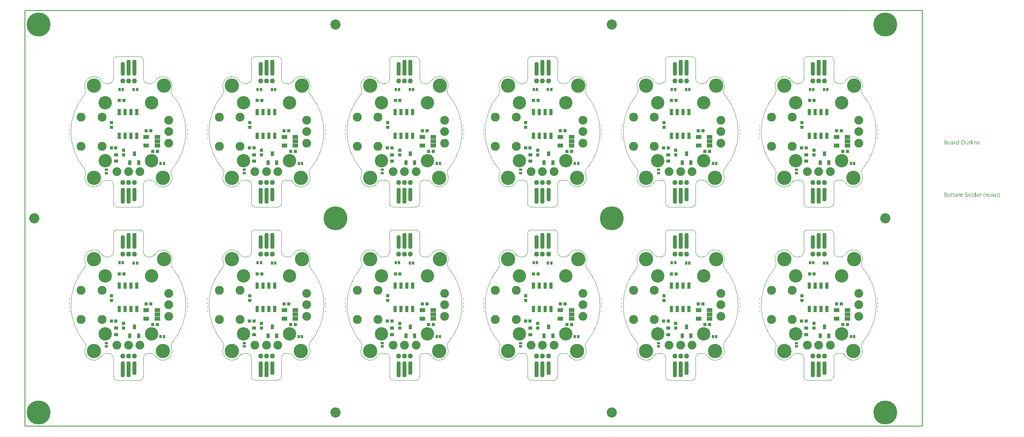
<source format=gbs>
G04*
G04 #@! TF.GenerationSoftware,Altium Limited,Altium Designer,21.9.2 (33)*
G04*
G04 Layer_Color=16711935*
%FSAX25Y25*%
%MOIN*%
G70*
G04*
G04 #@! TF.SameCoordinates,367260C6-96D2-48BC-AEAF-795D9B4D27C7*
G04*
G04*
G04 #@! TF.FilePolarity,Negative*
G04*
G01*
G75*
%ADD16C,0.00787*%
%ADD17C,0.00394*%
G04:AMPARAMS|DCode=27|XSize=35.43mil|YSize=135.83mil|CornerRadius=13.82mil|HoleSize=0mil|Usage=FLASHONLY|Rotation=0.000|XOffset=0mil|YOffset=0mil|HoleType=Round|Shape=RoundedRectangle|*
%AMROUNDEDRECTD27*
21,1,0.03543,0.10819,0,0,0.0*
21,1,0.00780,0.13583,0,0,0.0*
1,1,0.02764,0.00390,-0.05409*
1,1,0.02764,-0.00390,-0.05409*
1,1,0.02764,-0.00390,0.05409*
1,1,0.02764,0.00390,0.05409*
%
%ADD27ROUNDEDRECTD27*%
G04:AMPARAMS|DCode=28|XSize=35.43mil|YSize=116.14mil|CornerRadius=13.82mil|HoleSize=0mil|Usage=FLASHONLY|Rotation=0.000|XOffset=0mil|YOffset=0mil|HoleType=Round|Shape=RoundedRectangle|*
%AMROUNDEDRECTD28*
21,1,0.03543,0.08850,0,0,0.0*
21,1,0.00780,0.11614,0,0,0.0*
1,1,0.02764,0.00390,-0.04425*
1,1,0.02764,-0.00390,-0.04425*
1,1,0.02764,-0.00390,0.04425*
1,1,0.02764,0.00390,0.04425*
%
%ADD28ROUNDEDRECTD28*%
%ADD39C,0.04331*%
%ADD42C,0.00800*%
%ADD43C,0.20485*%
%ADD44C,0.07480*%
%ADD45C,0.11417*%
%ADD46C,0.07677*%
%ADD47C,0.12205*%
%ADD48C,0.00591*%
%ADD49C,0.08674*%
%ADD50R,0.02756X0.05512*%
%ADD51R,0.02953X0.04134*%
%ADD52R,0.03150X0.01968*%
%ADD53R,0.01968X0.03150*%
%ADD54R,0.04528X0.03347*%
%ADD55R,0.02559X0.02756*%
%ADD56R,0.02559X0.02756*%
%ADD57R,0.02756X0.02559*%
%ADD58R,0.03740X0.02953*%
%ADD59R,0.02756X0.02559*%
G36*
X0791335Y0225275D02*
X0791360D01*
X0791416Y0225251D01*
X0791446Y0225232D01*
X0791477Y0225207D01*
X0791484Y0225201D01*
X0791490Y0225195D01*
X0791521Y0225158D01*
X0791545Y0225096D01*
X0791552Y0225059D01*
X0791558Y0225022D01*
Y0225015D01*
Y0225003D01*
X0791552Y0224984D01*
X0791545Y0224960D01*
X0791527Y0224898D01*
X0791502Y0224867D01*
X0791477Y0224836D01*
X0791471D01*
X0791465Y0224823D01*
X0791428Y0224799D01*
X0791372Y0224774D01*
X0791335Y0224768D01*
X0791298Y0224762D01*
X0791279D01*
X0791261Y0224768D01*
X0791236D01*
X0791174Y0224793D01*
X0791143Y0224805D01*
X0791112Y0224830D01*
Y0224836D01*
X0791100Y0224842D01*
X0791087Y0224861D01*
X0791075Y0224879D01*
X0791050Y0224941D01*
X0791044Y0224978D01*
X0791038Y0225022D01*
Y0225028D01*
Y0225040D01*
X0791044Y0225059D01*
X0791050Y0225090D01*
X0791069Y0225145D01*
X0791087Y0225176D01*
X0791112Y0225207D01*
X0791118Y0225213D01*
X0791125Y0225220D01*
X0791162Y0225244D01*
X0791224Y0225269D01*
X0791261Y0225282D01*
X0791317D01*
X0791335Y0225275D01*
D02*
G37*
G36*
X0779345Y0221611D02*
X0778943D01*
Y0222032D01*
X0778930D01*
Y0222026D01*
X0778918Y0222013D01*
X0778899Y0221988D01*
X0778881Y0221957D01*
X0778850Y0221920D01*
X0778813Y0221883D01*
X0778769Y0221840D01*
X0778720Y0221796D01*
X0778664Y0221747D01*
X0778596Y0221704D01*
X0778528Y0221667D01*
X0778447Y0221629D01*
X0778367Y0221599D01*
X0778274Y0221574D01*
X0778175Y0221561D01*
X0778070Y0221555D01*
X0778027D01*
X0777989Y0221561D01*
X0777952Y0221568D01*
X0777903Y0221574D01*
X0777798Y0221599D01*
X0777674Y0221636D01*
X0777550Y0221697D01*
X0777482Y0221735D01*
X0777426Y0221778D01*
X0777364Y0221834D01*
X0777309Y0221889D01*
Y0221896D01*
X0777296Y0221908D01*
X0777284Y0221926D01*
X0777265Y0221951D01*
X0777247Y0221982D01*
X0777222Y0222026D01*
X0777197Y0222075D01*
X0777172Y0222131D01*
X0777141Y0222193D01*
X0777117Y0222261D01*
X0777092Y0222335D01*
X0777073Y0222415D01*
X0777055Y0222502D01*
X0777042Y0222601D01*
X0777036Y0222700D01*
X0777030Y0222806D01*
Y0222812D01*
Y0222830D01*
Y0222867D01*
X0777036Y0222911D01*
X0777042Y0222960D01*
X0777049Y0223022D01*
X0777055Y0223090D01*
X0777067Y0223165D01*
X0777104Y0223325D01*
X0777160Y0223493D01*
X0777197Y0223573D01*
X0777240Y0223654D01*
X0777284Y0223728D01*
X0777340Y0223802D01*
X0777346Y0223808D01*
X0777352Y0223821D01*
X0777370Y0223839D01*
X0777395Y0223864D01*
X0777426Y0223889D01*
X0777469Y0223920D01*
X0777513Y0223957D01*
X0777562Y0223994D01*
X0777686Y0224062D01*
X0777829Y0224124D01*
X0777909Y0224143D01*
X0777996Y0224161D01*
X0778082Y0224173D01*
X0778181Y0224180D01*
X0778231D01*
X0778268Y0224173D01*
X0778305Y0224167D01*
X0778355Y0224161D01*
X0778466Y0224130D01*
X0778590Y0224081D01*
X0778652Y0224050D01*
X0778714Y0224006D01*
X0778776Y0223963D01*
X0778831Y0223907D01*
X0778881Y0223845D01*
X0778930Y0223771D01*
X0778943D01*
Y0225331D01*
X0779345D01*
Y0221611D01*
D02*
G37*
G36*
X0793613Y0224173D02*
X0793687Y0224167D01*
X0793780Y0224149D01*
X0793879Y0224118D01*
X0793984Y0224068D01*
X0794090Y0224000D01*
X0794133Y0223963D01*
X0794176Y0223914D01*
X0794189Y0223901D01*
X0794213Y0223864D01*
X0794244Y0223802D01*
X0794288Y0223715D01*
X0794325Y0223610D01*
X0794362Y0223480D01*
X0794387Y0223325D01*
X0794393Y0223146D01*
Y0221611D01*
X0793991D01*
Y0223041D01*
Y0223047D01*
Y0223078D01*
X0793984Y0223115D01*
Y0223165D01*
X0793972Y0223226D01*
X0793960Y0223294D01*
X0793941Y0223369D01*
X0793916Y0223443D01*
X0793885Y0223517D01*
X0793848Y0223585D01*
X0793799Y0223654D01*
X0793743Y0223715D01*
X0793681Y0223765D01*
X0793601Y0223802D01*
X0793514Y0223833D01*
X0793409Y0223839D01*
X0793396D01*
X0793359Y0223833D01*
X0793303Y0223827D01*
X0793235Y0223808D01*
X0793155Y0223783D01*
X0793068Y0223740D01*
X0792988Y0223685D01*
X0792907Y0223610D01*
X0792901Y0223598D01*
X0792876Y0223573D01*
X0792845Y0223523D01*
X0792808Y0223456D01*
X0792771Y0223375D01*
X0792740Y0223276D01*
X0792715Y0223165D01*
X0792709Y0223041D01*
Y0221611D01*
X0792307D01*
Y0224124D01*
X0792709D01*
Y0223703D01*
X0792722D01*
X0792728Y0223709D01*
X0792734Y0223722D01*
X0792753Y0223746D01*
X0792777Y0223777D01*
X0792802Y0223815D01*
X0792839Y0223852D01*
X0792883Y0223895D01*
X0792932Y0223944D01*
X0792988Y0223988D01*
X0793050Y0224031D01*
X0793118Y0224068D01*
X0793192Y0224105D01*
X0793266Y0224136D01*
X0793353Y0224161D01*
X0793446Y0224173D01*
X0793545Y0224180D01*
X0793582D01*
X0793613Y0224173D01*
D02*
G37*
G36*
X0776615Y0224161D02*
X0776689Y0224155D01*
X0776733Y0224143D01*
X0776764Y0224130D01*
Y0223715D01*
X0776758Y0223722D01*
X0776745Y0223728D01*
X0776721Y0223740D01*
X0776689Y0223759D01*
X0776646Y0223771D01*
X0776590Y0223783D01*
X0776529Y0223790D01*
X0776461Y0223796D01*
X0776448D01*
X0776417Y0223790D01*
X0776368Y0223783D01*
X0776312Y0223765D01*
X0776238Y0223734D01*
X0776170Y0223691D01*
X0776095Y0223629D01*
X0776027Y0223548D01*
X0776021Y0223536D01*
X0776003Y0223505D01*
X0775972Y0223449D01*
X0775941Y0223375D01*
X0775910Y0223282D01*
X0775879Y0223165D01*
X0775860Y0223035D01*
X0775854Y0222886D01*
Y0221611D01*
X0775452D01*
Y0224124D01*
X0775854D01*
Y0223604D01*
X0775866D01*
Y0223610D01*
X0775873Y0223616D01*
X0775885Y0223647D01*
X0775903Y0223697D01*
X0775934Y0223759D01*
X0775965Y0223821D01*
X0776015Y0223889D01*
X0776064Y0223957D01*
X0776126Y0224019D01*
X0776132Y0224025D01*
X0776157Y0224043D01*
X0776194Y0224068D01*
X0776244Y0224093D01*
X0776300Y0224118D01*
X0776368Y0224143D01*
X0776442Y0224161D01*
X0776522Y0224167D01*
X0776578D01*
X0776615Y0224161D01*
D02*
G37*
G36*
X0787355Y0221611D02*
X0786953D01*
Y0222007D01*
X0786940D01*
Y0222001D01*
X0786928Y0221988D01*
X0786915Y0221964D01*
X0786891Y0221939D01*
X0786835Y0221865D01*
X0786748Y0221784D01*
X0786699Y0221741D01*
X0786643Y0221697D01*
X0786581Y0221660D01*
X0786507Y0221623D01*
X0786433Y0221599D01*
X0786352Y0221574D01*
X0786259Y0221561D01*
X0786166Y0221555D01*
X0786129D01*
X0786086Y0221561D01*
X0786024Y0221574D01*
X0785956Y0221586D01*
X0785882Y0221611D01*
X0785801Y0221642D01*
X0785721Y0221691D01*
X0785634Y0221747D01*
X0785554Y0221815D01*
X0785479Y0221902D01*
X0785411Y0222007D01*
X0785349Y0222125D01*
X0785306Y0222267D01*
X0785281Y0222434D01*
X0785269Y0222521D01*
Y0222620D01*
Y0224124D01*
X0785665D01*
Y0222682D01*
Y0222675D01*
Y0222651D01*
X0785671Y0222607D01*
X0785677Y0222558D01*
X0785684Y0222496D01*
X0785696Y0222434D01*
X0785715Y0222360D01*
X0785739Y0222286D01*
X0785777Y0222211D01*
X0785814Y0222143D01*
X0785863Y0222075D01*
X0785925Y0222013D01*
X0785993Y0221964D01*
X0786074Y0221926D01*
X0786173Y0221896D01*
X0786278Y0221889D01*
X0786290D01*
X0786327Y0221896D01*
X0786383Y0221902D01*
X0786445Y0221914D01*
X0786525Y0221945D01*
X0786606Y0221982D01*
X0786686Y0222032D01*
X0786761Y0222106D01*
X0786767Y0222118D01*
X0786792Y0222143D01*
X0786823Y0222193D01*
X0786860Y0222261D01*
X0786891Y0222341D01*
X0786922Y0222440D01*
X0786946Y0222552D01*
X0786953Y0222675D01*
Y0224124D01*
X0787355D01*
Y0221611D01*
D02*
G37*
G36*
X0791490D02*
X0791087D01*
Y0224124D01*
X0791490D01*
Y0221611D01*
D02*
G37*
G36*
X0790270D02*
X0789868D01*
Y0225331D01*
X0790270D01*
Y0221611D01*
D02*
G37*
G36*
X0773892Y0224173D02*
X0773947Y0224167D01*
X0774016Y0224149D01*
X0774090Y0224130D01*
X0774170Y0224099D01*
X0774257Y0224062D01*
X0774337Y0224013D01*
X0774418Y0223951D01*
X0774492Y0223876D01*
X0774560Y0223783D01*
X0774616Y0223678D01*
X0774659Y0223554D01*
X0774684Y0223412D01*
X0774696Y0223245D01*
Y0221611D01*
X0774294D01*
Y0222001D01*
X0774282D01*
Y0221995D01*
X0774269Y0221982D01*
X0774257Y0221957D01*
X0774232Y0221933D01*
X0774170Y0221858D01*
X0774090Y0221778D01*
X0773978Y0221697D01*
X0773848Y0221623D01*
X0773768Y0221599D01*
X0773687Y0221574D01*
X0773601Y0221561D01*
X0773508Y0221555D01*
X0773471D01*
X0773446Y0221561D01*
X0773378Y0221568D01*
X0773297Y0221580D01*
X0773198Y0221605D01*
X0773105Y0221636D01*
X0773006Y0221685D01*
X0772920Y0221747D01*
X0772914Y0221759D01*
X0772889Y0221784D01*
X0772852Y0221828D01*
X0772815Y0221889D01*
X0772778Y0221964D01*
X0772740Y0222050D01*
X0772716Y0222156D01*
X0772709Y0222273D01*
Y0222279D01*
Y0222304D01*
X0772716Y0222341D01*
X0772722Y0222385D01*
X0772734Y0222440D01*
X0772753Y0222502D01*
X0772778Y0222570D01*
X0772815Y0222638D01*
X0772858Y0222713D01*
X0772914Y0222787D01*
X0772982Y0222855D01*
X0773062Y0222917D01*
X0773155Y0222979D01*
X0773267Y0223028D01*
X0773390Y0223065D01*
X0773539Y0223096D01*
X0774294Y0223202D01*
Y0223208D01*
Y0223226D01*
X0774288Y0223264D01*
Y0223301D01*
X0774275Y0223350D01*
X0774269Y0223406D01*
X0774232Y0223523D01*
X0774201Y0223579D01*
X0774170Y0223635D01*
X0774127Y0223691D01*
X0774077Y0223740D01*
X0774016Y0223783D01*
X0773947Y0223815D01*
X0773867Y0223833D01*
X0773774Y0223839D01*
X0773731D01*
X0773700Y0223833D01*
X0773656D01*
X0773613Y0223821D01*
X0773502Y0223802D01*
X0773378Y0223765D01*
X0773242Y0223709D01*
X0773167Y0223672D01*
X0773099Y0223635D01*
X0773025Y0223585D01*
X0772957Y0223530D01*
Y0223944D01*
X0772963D01*
X0772975Y0223957D01*
X0772994Y0223969D01*
X0773025Y0223982D01*
X0773056Y0224000D01*
X0773099Y0224019D01*
X0773149Y0224037D01*
X0773205Y0224062D01*
X0773328Y0224105D01*
X0773477Y0224143D01*
X0773638Y0224167D01*
X0773811Y0224180D01*
X0773848D01*
X0773892Y0224173D01*
D02*
G37*
G36*
X0768203Y0225121D02*
X0768246D01*
X0768290Y0225114D01*
X0768389Y0225102D01*
X0768506Y0225071D01*
X0768630Y0225034D01*
X0768748Y0224978D01*
X0768853Y0224904D01*
X0768859D01*
X0768865Y0224891D01*
X0768896Y0224867D01*
X0768940Y0224817D01*
X0768989Y0224749D01*
X0769032Y0224662D01*
X0769076Y0224564D01*
X0769107Y0224452D01*
X0769119Y0224390D01*
Y0224322D01*
Y0224316D01*
Y0224310D01*
Y0224272D01*
X0769113Y0224217D01*
X0769101Y0224149D01*
X0769082Y0224062D01*
X0769051Y0223975D01*
X0769014Y0223889D01*
X0768958Y0223802D01*
X0768952Y0223790D01*
X0768927Y0223765D01*
X0768890Y0223728D01*
X0768841Y0223678D01*
X0768779Y0223629D01*
X0768704Y0223573D01*
X0768612Y0223530D01*
X0768513Y0223486D01*
Y0223480D01*
X0768531D01*
X0768550Y0223474D01*
X0768568Y0223468D01*
X0768636Y0223456D01*
X0768717Y0223431D01*
X0768804Y0223394D01*
X0768896Y0223350D01*
X0768989Y0223288D01*
X0769076Y0223208D01*
X0769088Y0223196D01*
X0769113Y0223165D01*
X0769144Y0223121D01*
X0769187Y0223053D01*
X0769224Y0222966D01*
X0769262Y0222867D01*
X0769286Y0222750D01*
X0769292Y0222620D01*
Y0222614D01*
Y0222601D01*
Y0222576D01*
X0769286Y0222546D01*
X0769280Y0222508D01*
X0769274Y0222465D01*
X0769249Y0222360D01*
X0769212Y0222242D01*
X0769156Y0222118D01*
X0769119Y0222063D01*
X0769076Y0222001D01*
X0769020Y0221945D01*
X0768964Y0221889D01*
X0768958D01*
X0768952Y0221877D01*
X0768933Y0221865D01*
X0768909Y0221846D01*
X0768878Y0221828D01*
X0768834Y0221803D01*
X0768742Y0221753D01*
X0768624Y0221697D01*
X0768488Y0221654D01*
X0768327Y0221623D01*
X0768246Y0221617D01*
X0768153Y0221611D01*
X0767126D01*
Y0225127D01*
X0768172D01*
X0768203Y0225121D01*
D02*
G37*
G36*
X0788698Y0224124D02*
X0789336D01*
Y0223777D01*
X0788698D01*
Y0222360D01*
Y0222347D01*
Y0222317D01*
X0788704Y0222273D01*
X0788710Y0222217D01*
X0788735Y0222100D01*
X0788754Y0222044D01*
X0788785Y0222001D01*
X0788791Y0221995D01*
X0788803Y0221982D01*
X0788822Y0221970D01*
X0788853Y0221951D01*
X0788890Y0221926D01*
X0788940Y0221914D01*
X0789002Y0221902D01*
X0789070Y0221896D01*
X0789094D01*
X0789125Y0221902D01*
X0789162Y0221908D01*
X0789249Y0221933D01*
X0789292Y0221951D01*
X0789336Y0221976D01*
Y0221629D01*
X0789329D01*
X0789311Y0221617D01*
X0789280Y0221611D01*
X0789237Y0221599D01*
X0789181Y0221586D01*
X0789119Y0221574D01*
X0789045Y0221568D01*
X0788958Y0221561D01*
X0788927D01*
X0788896Y0221568D01*
X0788853Y0221574D01*
X0788803Y0221586D01*
X0788748Y0221599D01*
X0788692Y0221623D01*
X0788630Y0221654D01*
X0788568Y0221691D01*
X0788506Y0221741D01*
X0788450Y0221796D01*
X0788401Y0221871D01*
X0788358Y0221951D01*
X0788327Y0222050D01*
X0788302Y0222162D01*
X0788296Y0222292D01*
Y0223777D01*
X0787869D01*
Y0224124D01*
X0788296D01*
Y0224737D01*
X0788698Y0224867D01*
Y0224124D01*
D02*
G37*
G36*
X0796225Y0224173D02*
X0796269Y0224167D01*
X0796312Y0224161D01*
X0796423Y0224143D01*
X0796547Y0224099D01*
X0796671Y0224043D01*
X0796733Y0224006D01*
X0796795Y0223963D01*
X0796850Y0223914D01*
X0796906Y0223858D01*
X0796912Y0223852D01*
X0796918Y0223845D01*
X0796931Y0223827D01*
X0796949Y0223802D01*
X0796968Y0223765D01*
X0796993Y0223728D01*
X0797017Y0223685D01*
X0797042Y0223629D01*
X0797067Y0223567D01*
X0797092Y0223505D01*
X0797117Y0223431D01*
X0797135Y0223350D01*
X0797154Y0223264D01*
X0797166Y0223177D01*
X0797178Y0223078D01*
Y0222973D01*
Y0222762D01*
X0795402D01*
Y0222756D01*
Y0222744D01*
Y0222725D01*
X0795408Y0222694D01*
X0795414Y0222657D01*
Y0222620D01*
X0795433Y0222521D01*
X0795464Y0222422D01*
X0795501Y0222310D01*
X0795557Y0222205D01*
X0795625Y0222112D01*
X0795637Y0222100D01*
X0795662Y0222075D01*
X0795711Y0222044D01*
X0795780Y0222001D01*
X0795866Y0221957D01*
X0795965Y0221926D01*
X0796083Y0221902D01*
X0796219Y0221889D01*
X0796262D01*
X0796293Y0221896D01*
X0796330D01*
X0796374Y0221902D01*
X0796479Y0221926D01*
X0796597Y0221957D01*
X0796727Y0222007D01*
X0796863Y0222075D01*
X0796931Y0222118D01*
X0796999Y0222168D01*
Y0221790D01*
X0796993D01*
X0796986Y0221778D01*
X0796968Y0221772D01*
X0796937Y0221753D01*
X0796906Y0221735D01*
X0796869Y0221716D01*
X0796819Y0221697D01*
X0796770Y0221673D01*
X0796708Y0221648D01*
X0796640Y0221629D01*
X0796491Y0221592D01*
X0796318Y0221568D01*
X0796126Y0221555D01*
X0796077D01*
X0796039Y0221561D01*
X0795996Y0221568D01*
X0795940Y0221574D01*
X0795823Y0221599D01*
X0795687Y0221636D01*
X0795550Y0221697D01*
X0795482Y0221741D01*
X0795414Y0221784D01*
X0795352Y0221834D01*
X0795291Y0221896D01*
X0795284Y0221902D01*
X0795278Y0221914D01*
X0795266Y0221933D01*
X0795241Y0221957D01*
X0795222Y0221995D01*
X0795198Y0222038D01*
X0795167Y0222088D01*
X0795142Y0222143D01*
X0795111Y0222205D01*
X0795086Y0222279D01*
X0795055Y0222360D01*
X0795037Y0222446D01*
X0795018Y0222539D01*
X0795000Y0222638D01*
X0794993Y0222744D01*
X0794987Y0222855D01*
Y0222861D01*
Y0222880D01*
Y0222911D01*
X0794993Y0222954D01*
X0795000Y0223004D01*
X0795006Y0223059D01*
X0795012Y0223127D01*
X0795030Y0223196D01*
X0795068Y0223344D01*
X0795123Y0223505D01*
X0795160Y0223585D01*
X0795210Y0223660D01*
X0795260Y0223740D01*
X0795315Y0223808D01*
X0795321Y0223815D01*
X0795334Y0223827D01*
X0795352Y0223845D01*
X0795377Y0223864D01*
X0795408Y0223895D01*
X0795445Y0223926D01*
X0795495Y0223957D01*
X0795544Y0223994D01*
X0795662Y0224062D01*
X0795804Y0224124D01*
X0795885Y0224143D01*
X0795965Y0224161D01*
X0796052Y0224173D01*
X0796145Y0224180D01*
X0796194D01*
X0796225Y0224173D01*
D02*
G37*
G36*
X0783183Y0225183D02*
X0783245Y0225176D01*
X0783319Y0225164D01*
X0783399Y0225145D01*
X0783486Y0225127D01*
X0783573Y0225102D01*
X0783672Y0225071D01*
X0783765Y0225028D01*
X0783864Y0224978D01*
X0783963Y0224922D01*
X0784056Y0224854D01*
X0784149Y0224780D01*
X0784235Y0224693D01*
X0784241Y0224687D01*
X0784254Y0224669D01*
X0784278Y0224644D01*
X0784303Y0224607D01*
X0784340Y0224557D01*
X0784377Y0224495D01*
X0784415Y0224427D01*
X0784458Y0224353D01*
X0784501Y0224260D01*
X0784539Y0224167D01*
X0784576Y0224062D01*
X0784613Y0223944D01*
X0784637Y0223827D01*
X0784662Y0223697D01*
X0784675Y0223554D01*
X0784681Y0223412D01*
Y0223400D01*
Y0223375D01*
Y0223332D01*
X0784675Y0223270D01*
X0784668Y0223196D01*
X0784656Y0223115D01*
X0784644Y0223022D01*
X0784625Y0222917D01*
X0784600Y0222812D01*
X0784569Y0222700D01*
X0784532Y0222589D01*
X0784489Y0222477D01*
X0784433Y0222360D01*
X0784371Y0222255D01*
X0784303Y0222149D01*
X0784223Y0222050D01*
X0784217Y0222044D01*
X0784204Y0222032D01*
X0784173Y0222007D01*
X0784142Y0221976D01*
X0784093Y0221933D01*
X0784037Y0221896D01*
X0783975Y0221846D01*
X0783901Y0221803D01*
X0783820Y0221759D01*
X0783728Y0221710D01*
X0783629Y0221673D01*
X0783517Y0221636D01*
X0783399Y0221599D01*
X0783276Y0221574D01*
X0783146Y0221561D01*
X0783003Y0221555D01*
X0782972D01*
X0782929Y0221561D01*
X0782879D01*
X0782818Y0221568D01*
X0782743Y0221580D01*
X0782663Y0221599D01*
X0782570Y0221617D01*
X0782477Y0221642D01*
X0782378Y0221673D01*
X0782279Y0221716D01*
X0782180Y0221759D01*
X0782081Y0221815D01*
X0781982Y0221883D01*
X0781889Y0221957D01*
X0781803Y0222044D01*
X0781796Y0222050D01*
X0781784Y0222069D01*
X0781759Y0222094D01*
X0781734Y0222131D01*
X0781697Y0222180D01*
X0781660Y0222242D01*
X0781623Y0222310D01*
X0781580Y0222391D01*
X0781536Y0222477D01*
X0781499Y0222570D01*
X0781462Y0222675D01*
X0781425Y0222793D01*
X0781400Y0222911D01*
X0781375Y0223041D01*
X0781363Y0223183D01*
X0781357Y0223325D01*
Y0223338D01*
Y0223363D01*
X0781363Y0223406D01*
Y0223468D01*
X0781369Y0223536D01*
X0781382Y0223623D01*
X0781394Y0223715D01*
X0781413Y0223815D01*
X0781437Y0223920D01*
X0781468Y0224031D01*
X0781505Y0224143D01*
X0781549Y0224254D01*
X0781604Y0224365D01*
X0781666Y0224477D01*
X0781734Y0224582D01*
X0781815Y0224681D01*
X0781821Y0224687D01*
X0781833Y0224706D01*
X0781864Y0224731D01*
X0781902Y0224762D01*
X0781945Y0224799D01*
X0782001Y0224842D01*
X0782069Y0224885D01*
X0782143Y0224935D01*
X0782230Y0224984D01*
X0782322Y0225028D01*
X0782421Y0225071D01*
X0782533Y0225108D01*
X0782657Y0225139D01*
X0782787Y0225170D01*
X0782923Y0225183D01*
X0783065Y0225189D01*
X0783133D01*
X0783183Y0225183D01*
D02*
G37*
G36*
X0771156Y0224173D02*
X0771199Y0224167D01*
X0771255Y0224161D01*
X0771379Y0224136D01*
X0771521Y0224093D01*
X0771663Y0224031D01*
X0771737Y0223994D01*
X0771806Y0223951D01*
X0771874Y0223895D01*
X0771936Y0223833D01*
X0771942Y0223827D01*
X0771948Y0223815D01*
X0771967Y0223796D01*
X0771985Y0223771D01*
X0772010Y0223734D01*
X0772035Y0223691D01*
X0772066Y0223641D01*
X0772097Y0223585D01*
X0772121Y0223517D01*
X0772152Y0223449D01*
X0772177Y0223369D01*
X0772202Y0223282D01*
X0772220Y0223189D01*
X0772239Y0223090D01*
X0772245Y0222985D01*
X0772251Y0222874D01*
Y0222867D01*
Y0222849D01*
Y0222818D01*
X0772245Y0222775D01*
X0772239Y0222725D01*
X0772233Y0222663D01*
X0772220Y0222601D01*
X0772208Y0222527D01*
X0772171Y0222378D01*
X0772109Y0222217D01*
X0772072Y0222137D01*
X0772022Y0222057D01*
X0771973Y0221982D01*
X0771911Y0221914D01*
X0771905Y0221908D01*
X0771892Y0221902D01*
X0771874Y0221883D01*
X0771849Y0221858D01*
X0771812Y0221834D01*
X0771775Y0221803D01*
X0771725Y0221766D01*
X0771669Y0221735D01*
X0771607Y0221704D01*
X0771539Y0221667D01*
X0771465Y0221636D01*
X0771385Y0221611D01*
X0771298Y0221586D01*
X0771205Y0221574D01*
X0771106Y0221561D01*
X0771001Y0221555D01*
X0770945D01*
X0770908Y0221561D01*
X0770865Y0221568D01*
X0770809Y0221574D01*
X0770747Y0221586D01*
X0770679Y0221599D01*
X0770537Y0221642D01*
X0770388Y0221704D01*
X0770314Y0221741D01*
X0770246Y0221790D01*
X0770178Y0221840D01*
X0770110Y0221902D01*
X0770103Y0221908D01*
X0770097Y0221920D01*
X0770079Y0221939D01*
X0770060Y0221964D01*
X0770035Y0222001D01*
X0770004Y0222044D01*
X0769973Y0222094D01*
X0769949Y0222149D01*
X0769918Y0222217D01*
X0769887Y0222286D01*
X0769856Y0222360D01*
X0769831Y0222446D01*
X0769794Y0222632D01*
X0769788Y0222731D01*
X0769781Y0222836D01*
Y0222843D01*
Y0222867D01*
Y0222898D01*
X0769788Y0222942D01*
X0769794Y0222991D01*
X0769800Y0223053D01*
X0769812Y0223121D01*
X0769825Y0223196D01*
X0769862Y0223356D01*
X0769924Y0223517D01*
X0769967Y0223598D01*
X0770011Y0223678D01*
X0770060Y0223753D01*
X0770122Y0223821D01*
X0770128Y0223827D01*
X0770141Y0223839D01*
X0770159Y0223852D01*
X0770184Y0223876D01*
X0770221Y0223901D01*
X0770264Y0223932D01*
X0770314Y0223969D01*
X0770369Y0224000D01*
X0770432Y0224031D01*
X0770506Y0224068D01*
X0770580Y0224099D01*
X0770667Y0224124D01*
X0770753Y0224149D01*
X0770852Y0224167D01*
X0770958Y0224173D01*
X0771063Y0224180D01*
X0771118D01*
X0771156Y0224173D01*
D02*
G37*
G36*
X0808766Y0180349D02*
X0808791D01*
X0808847Y0180324D01*
X0808877Y0180306D01*
X0808908Y0180281D01*
X0808915Y0180274D01*
X0808921Y0180268D01*
X0808952Y0180231D01*
X0808977Y0180169D01*
X0808983Y0180132D01*
X0808989Y0180095D01*
Y0180089D01*
Y0180077D01*
X0808983Y0180058D01*
X0808977Y0180033D01*
X0808958Y0179971D01*
X0808933Y0179940D01*
X0808908Y0179909D01*
X0808902D01*
X0808896Y0179897D01*
X0808859Y0179872D01*
X0808803Y0179847D01*
X0808766Y0179841D01*
X0808729Y0179835D01*
X0808710D01*
X0808692Y0179841D01*
X0808667D01*
X0808605Y0179866D01*
X0808574Y0179878D01*
X0808543Y0179903D01*
Y0179909D01*
X0808531Y0179915D01*
X0808519Y0179934D01*
X0808506Y0179953D01*
X0808481Y0180015D01*
X0808475Y0180052D01*
X0808469Y0180095D01*
Y0180101D01*
Y0180114D01*
X0808475Y0180132D01*
X0808481Y0180163D01*
X0808500Y0180219D01*
X0808519Y0180250D01*
X0808543Y0180281D01*
X0808549Y0180287D01*
X0808556Y0180293D01*
X0808593Y0180318D01*
X0808655Y0180343D01*
X0808692Y0180355D01*
X0808747D01*
X0808766Y0180349D01*
D02*
G37*
G36*
X0786197Y0180256D02*
X0786247D01*
X0786358Y0180244D01*
X0786482Y0180231D01*
X0786606Y0180206D01*
X0786724Y0180175D01*
X0786773Y0180157D01*
X0786823Y0180132D01*
Y0179668D01*
X0786816D01*
X0786810Y0179680D01*
X0786792Y0179686D01*
X0786767Y0179705D01*
X0786736Y0179717D01*
X0786699Y0179736D01*
X0786606Y0179779D01*
X0786494Y0179816D01*
X0786358Y0179854D01*
X0786197Y0179878D01*
X0786024Y0179885D01*
X0785975D01*
X0785937Y0179878D01*
X0785900D01*
X0785851Y0179872D01*
X0785752Y0179854D01*
X0785745D01*
X0785727Y0179847D01*
X0785702Y0179841D01*
X0785671Y0179835D01*
X0785597Y0179804D01*
X0785510Y0179767D01*
X0785504D01*
X0785492Y0179755D01*
X0785473Y0179742D01*
X0785448Y0179724D01*
X0785393Y0179668D01*
X0785337Y0179600D01*
Y0179594D01*
X0785325Y0179581D01*
X0785318Y0179563D01*
X0785306Y0179532D01*
X0785294Y0179495D01*
X0785287Y0179457D01*
X0785275Y0179358D01*
Y0179352D01*
Y0179334D01*
Y0179309D01*
X0785281Y0179278D01*
X0785294Y0179204D01*
X0785325Y0179123D01*
Y0179117D01*
X0785337Y0179105D01*
X0785343Y0179086D01*
X0785362Y0179061D01*
X0785411Y0179006D01*
X0785473Y0178944D01*
X0785479Y0178937D01*
X0785492Y0178931D01*
X0785510Y0178913D01*
X0785541Y0178894D01*
X0785578Y0178869D01*
X0785615Y0178845D01*
X0785715Y0178783D01*
X0785721Y0178777D01*
X0785739Y0178770D01*
X0785770Y0178752D01*
X0785807Y0178733D01*
X0785857Y0178709D01*
X0785913Y0178684D01*
X0786036Y0178622D01*
X0786043Y0178616D01*
X0786067Y0178603D01*
X0786104Y0178585D01*
X0786154Y0178560D01*
X0786210Y0178535D01*
X0786272Y0178498D01*
X0786396Y0178424D01*
X0786402Y0178418D01*
X0786426Y0178405D01*
X0786457Y0178387D01*
X0786501Y0178356D01*
X0786593Y0178281D01*
X0786693Y0178195D01*
X0786699Y0178189D01*
X0786717Y0178176D01*
X0786736Y0178145D01*
X0786767Y0178114D01*
X0786798Y0178071D01*
X0786835Y0178028D01*
X0786897Y0177916D01*
X0786903Y0177910D01*
X0786909Y0177891D01*
X0786922Y0177860D01*
X0786934Y0177817D01*
X0786946Y0177768D01*
X0786959Y0177706D01*
X0786971Y0177644D01*
Y0177569D01*
Y0177557D01*
Y0177526D01*
X0786965Y0177477D01*
X0786959Y0177415D01*
X0786946Y0177347D01*
X0786928Y0177272D01*
X0786903Y0177198D01*
X0786866Y0177130D01*
X0786860Y0177124D01*
X0786847Y0177099D01*
X0786823Y0177068D01*
X0786798Y0177025D01*
X0786755Y0176981D01*
X0786711Y0176932D01*
X0786655Y0176882D01*
X0786593Y0176833D01*
X0786587Y0176827D01*
X0786563Y0176814D01*
X0786525Y0176796D01*
X0786476Y0176771D01*
X0786420Y0176746D01*
X0786352Y0176722D01*
X0786272Y0176697D01*
X0786191Y0176678D01*
X0786179D01*
X0786154Y0176672D01*
X0786111Y0176666D01*
X0786049Y0176653D01*
X0785981Y0176647D01*
X0785900Y0176635D01*
X0785814Y0176629D01*
X0785665D01*
X0785597Y0176635D01*
X0785510Y0176641D01*
X0785492D01*
X0785467Y0176647D01*
X0785436Y0176653D01*
X0785356Y0176660D01*
X0785263Y0176678D01*
X0785256D01*
X0785238Y0176684D01*
X0785213Y0176690D01*
X0785182Y0176697D01*
X0785108Y0176715D01*
X0785021Y0176740D01*
X0785015D01*
X0785003Y0176746D01*
X0784984Y0176752D01*
X0784959Y0176765D01*
X0784898Y0176790D01*
X0784836Y0176827D01*
Y0177310D01*
X0784842Y0177303D01*
X0784854Y0177297D01*
X0784867Y0177285D01*
X0784891Y0177266D01*
X0784959Y0177223D01*
X0785040Y0177173D01*
X0785046D01*
X0785058Y0177167D01*
X0785083Y0177155D01*
X0785114Y0177142D01*
X0785195Y0177105D01*
X0785281Y0177074D01*
X0785287D01*
X0785306Y0177068D01*
X0785331Y0177062D01*
X0785362Y0177056D01*
X0785448Y0177031D01*
X0785541Y0177012D01*
X0785566D01*
X0785591Y0177006D01*
X0785622D01*
X0785696Y0177000D01*
X0785783Y0176994D01*
X0785845D01*
X0785913Y0177000D01*
X0785999Y0177012D01*
X0786092Y0177025D01*
X0786185Y0177050D01*
X0786272Y0177087D01*
X0786352Y0177130D01*
X0786358Y0177136D01*
X0786383Y0177155D01*
X0786414Y0177192D01*
X0786445Y0177235D01*
X0786482Y0177291D01*
X0786507Y0177365D01*
X0786532Y0177446D01*
X0786538Y0177539D01*
Y0177545D01*
Y0177563D01*
Y0177588D01*
X0786532Y0177625D01*
X0786513Y0177706D01*
X0786476Y0177786D01*
Y0177792D01*
X0786464Y0177805D01*
X0786451Y0177823D01*
X0786433Y0177848D01*
X0786377Y0177910D01*
X0786303Y0177978D01*
X0786296Y0177984D01*
X0786284Y0177997D01*
X0786259Y0178009D01*
X0786228Y0178034D01*
X0786191Y0178059D01*
X0786148Y0178089D01*
X0786043Y0178145D01*
X0786036Y0178151D01*
X0786018Y0178158D01*
X0785987Y0178176D01*
X0785944Y0178195D01*
X0785900Y0178226D01*
X0785845Y0178250D01*
X0785715Y0178319D01*
X0785708Y0178325D01*
X0785684Y0178337D01*
X0785646Y0178356D01*
X0785603Y0178374D01*
X0785554Y0178405D01*
X0785498Y0178436D01*
X0785374Y0178504D01*
X0785368Y0178510D01*
X0785349Y0178523D01*
X0785318Y0178541D01*
X0785281Y0178566D01*
X0785188Y0178634D01*
X0785096Y0178715D01*
X0785089Y0178721D01*
X0785077Y0178733D01*
X0785052Y0178758D01*
X0785028Y0178789D01*
X0784997Y0178832D01*
X0784966Y0178876D01*
X0784910Y0178975D01*
Y0178981D01*
X0784898Y0178999D01*
X0784891Y0179030D01*
X0784879Y0179074D01*
X0784867Y0179123D01*
X0784854Y0179185D01*
X0784848Y0179247D01*
X0784842Y0179321D01*
Y0179334D01*
Y0179365D01*
X0784848Y0179408D01*
X0784854Y0179464D01*
X0784867Y0179532D01*
X0784885Y0179600D01*
X0784910Y0179668D01*
X0784947Y0179736D01*
X0784953Y0179742D01*
X0784966Y0179767D01*
X0784990Y0179798D01*
X0785021Y0179841D01*
X0785058Y0179885D01*
X0785108Y0179934D01*
X0785164Y0179984D01*
X0785226Y0180027D01*
X0785232Y0180033D01*
X0785256Y0180045D01*
X0785294Y0180070D01*
X0785337Y0180095D01*
X0785399Y0180120D01*
X0785461Y0180151D01*
X0785535Y0180175D01*
X0785615Y0180200D01*
X0785628D01*
X0785653Y0180213D01*
X0785696Y0180219D01*
X0785758Y0180231D01*
X0785826Y0180244D01*
X0785900Y0180250D01*
X0786067Y0180262D01*
X0786154D01*
X0786197Y0180256D01*
D02*
G37*
G36*
X0793929Y0176684D02*
X0793526D01*
Y0177105D01*
X0793514D01*
Y0177099D01*
X0793502Y0177087D01*
X0793483Y0177062D01*
X0793464Y0177031D01*
X0793434Y0176994D01*
X0793396Y0176957D01*
X0793353Y0176913D01*
X0793303Y0176870D01*
X0793248Y0176821D01*
X0793180Y0176777D01*
X0793112Y0176740D01*
X0793031Y0176703D01*
X0792951Y0176672D01*
X0792858Y0176647D01*
X0792759Y0176635D01*
X0792654Y0176629D01*
X0792610D01*
X0792573Y0176635D01*
X0792536Y0176641D01*
X0792486Y0176647D01*
X0792381Y0176672D01*
X0792257Y0176709D01*
X0792134Y0176771D01*
X0792065Y0176808D01*
X0792010Y0176851D01*
X0791948Y0176907D01*
X0791892Y0176963D01*
Y0176969D01*
X0791880Y0176981D01*
X0791867Y0177000D01*
X0791849Y0177025D01*
X0791830Y0177056D01*
X0791806Y0177099D01*
X0791781Y0177149D01*
X0791756Y0177204D01*
X0791725Y0177266D01*
X0791700Y0177334D01*
X0791676Y0177409D01*
X0791657Y0177489D01*
X0791638Y0177576D01*
X0791626Y0177675D01*
X0791620Y0177774D01*
X0791614Y0177879D01*
Y0177885D01*
Y0177904D01*
Y0177941D01*
X0791620Y0177984D01*
X0791626Y0178034D01*
X0791632Y0178096D01*
X0791638Y0178164D01*
X0791651Y0178238D01*
X0791688Y0178399D01*
X0791744Y0178566D01*
X0791781Y0178647D01*
X0791824Y0178727D01*
X0791867Y0178801D01*
X0791923Y0178876D01*
X0791929Y0178882D01*
X0791935Y0178894D01*
X0791954Y0178913D01*
X0791979Y0178937D01*
X0792010Y0178962D01*
X0792053Y0178993D01*
X0792097Y0179030D01*
X0792146Y0179068D01*
X0792270Y0179136D01*
X0792412Y0179198D01*
X0792493Y0179216D01*
X0792579Y0179235D01*
X0792666Y0179247D01*
X0792765Y0179253D01*
X0792814D01*
X0792852Y0179247D01*
X0792889Y0179241D01*
X0792938Y0179235D01*
X0793050Y0179204D01*
X0793174Y0179154D01*
X0793235Y0179123D01*
X0793297Y0179080D01*
X0793359Y0179036D01*
X0793415Y0178981D01*
X0793464Y0178919D01*
X0793514Y0178845D01*
X0793526D01*
Y0180404D01*
X0793929D01*
Y0176684D01*
D02*
G37*
G36*
X0810673Y0179247D02*
X0810753Y0179241D01*
X0810840Y0179228D01*
X0810939Y0179204D01*
X0811038Y0179179D01*
X0811137Y0179142D01*
Y0178733D01*
X0811125Y0178739D01*
X0811087Y0178764D01*
X0811032Y0178789D01*
X0810957Y0178826D01*
X0810865Y0178857D01*
X0810753Y0178888D01*
X0810629Y0178907D01*
X0810499Y0178913D01*
X0810431D01*
X0810369Y0178900D01*
X0810295Y0178888D01*
X0810289D01*
X0810283Y0178882D01*
X0810246Y0178869D01*
X0810196Y0178845D01*
X0810140Y0178814D01*
X0810128Y0178807D01*
X0810103Y0178783D01*
X0810072Y0178746D01*
X0810041Y0178702D01*
X0810035Y0178690D01*
X0810023Y0178659D01*
X0810010Y0178616D01*
X0810004Y0178560D01*
Y0178554D01*
Y0178541D01*
Y0178523D01*
X0810010Y0178504D01*
X0810023Y0178448D01*
X0810041Y0178393D01*
X0810048Y0178380D01*
X0810066Y0178356D01*
X0810103Y0178319D01*
X0810147Y0178275D01*
X0810153D01*
X0810159Y0178269D01*
X0810196Y0178244D01*
X0810246Y0178213D01*
X0810314Y0178182D01*
X0810320D01*
X0810332Y0178176D01*
X0810351Y0178170D01*
X0810382Y0178158D01*
X0810450Y0178133D01*
X0810536Y0178096D01*
X0810543D01*
X0810567Y0178083D01*
X0810598Y0178071D01*
X0810635Y0178059D01*
X0810734Y0178015D01*
X0810834Y0177966D01*
X0810840D01*
X0810858Y0177953D01*
X0810883Y0177941D01*
X0810914Y0177922D01*
X0810988Y0177873D01*
X0811063Y0177811D01*
X0811069Y0177805D01*
X0811081Y0177798D01*
X0811094Y0177780D01*
X0811118Y0177755D01*
X0811162Y0177693D01*
X0811205Y0177613D01*
Y0177607D01*
X0811211Y0177594D01*
X0811224Y0177569D01*
X0811230Y0177539D01*
X0811242Y0177501D01*
X0811248Y0177458D01*
X0811255Y0177353D01*
Y0177347D01*
Y0177322D01*
X0811248Y0177285D01*
X0811242Y0177241D01*
X0811236Y0177192D01*
X0811217Y0177136D01*
X0811199Y0177087D01*
X0811168Y0177031D01*
X0811162Y0177025D01*
X0811156Y0177006D01*
X0811137Y0176981D01*
X0811112Y0176951D01*
X0811081Y0176913D01*
X0811044Y0176876D01*
X0810951Y0176802D01*
X0810945Y0176796D01*
X0810926Y0176790D01*
X0810902Y0176771D01*
X0810858Y0176752D01*
X0810815Y0176728D01*
X0810759Y0176709D01*
X0810704Y0176690D01*
X0810635Y0176672D01*
X0810629D01*
X0810605Y0176666D01*
X0810567Y0176660D01*
X0810524Y0176653D01*
X0810462Y0176641D01*
X0810400Y0176635D01*
X0810258Y0176629D01*
X0810196D01*
X0810122Y0176635D01*
X0810029Y0176647D01*
X0809924Y0176666D01*
X0809812Y0176690D01*
X0809701Y0176722D01*
X0809589Y0176771D01*
Y0177204D01*
X0809596D01*
X0809602Y0177192D01*
X0809620Y0177180D01*
X0809645Y0177167D01*
X0809713Y0177130D01*
X0809806Y0177087D01*
X0809911Y0177037D01*
X0810035Y0177000D01*
X0810171Y0176975D01*
X0810314Y0176963D01*
X0810363D01*
X0810394Y0176969D01*
X0810481Y0176981D01*
X0810580Y0177006D01*
X0810673Y0177050D01*
X0810716Y0177081D01*
X0810759Y0177111D01*
X0810790Y0177155D01*
X0810815Y0177198D01*
X0810834Y0177254D01*
X0810840Y0177316D01*
Y0177322D01*
Y0177334D01*
Y0177353D01*
X0810834Y0177371D01*
X0810821Y0177427D01*
X0810796Y0177483D01*
Y0177489D01*
X0810790Y0177495D01*
X0810765Y0177526D01*
X0810728Y0177569D01*
X0810673Y0177607D01*
X0810666D01*
X0810660Y0177619D01*
X0810623Y0177638D01*
X0810567Y0177675D01*
X0810493Y0177706D01*
X0810487D01*
X0810475Y0177712D01*
X0810456Y0177724D01*
X0810425Y0177737D01*
X0810357Y0177761D01*
X0810270Y0177798D01*
X0810264D01*
X0810239Y0177811D01*
X0810208Y0177823D01*
X0810171Y0177836D01*
X0810072Y0177879D01*
X0809973Y0177928D01*
X0809967Y0177935D01*
X0809955Y0177941D01*
X0809930Y0177953D01*
X0809899Y0177972D01*
X0809831Y0178021D01*
X0809763Y0178077D01*
X0809756Y0178083D01*
X0809750Y0178089D01*
X0809732Y0178108D01*
X0809713Y0178133D01*
X0809670Y0178195D01*
X0809633Y0178269D01*
Y0178275D01*
X0809626Y0178288D01*
X0809620Y0178312D01*
X0809614Y0178343D01*
X0809608Y0178380D01*
X0809602Y0178424D01*
X0809596Y0178529D01*
Y0178535D01*
Y0178560D01*
X0809602Y0178591D01*
X0809608Y0178634D01*
X0809614Y0178684D01*
X0809633Y0178733D01*
X0809651Y0178789D01*
X0809676Y0178839D01*
X0809682Y0178845D01*
X0809688Y0178863D01*
X0809707Y0178888D01*
X0809732Y0178919D01*
X0809800Y0178993D01*
X0809886Y0179068D01*
X0809893Y0179074D01*
X0809911Y0179080D01*
X0809936Y0179098D01*
X0809979Y0179117D01*
X0810023Y0179142D01*
X0810072Y0179166D01*
X0810196Y0179204D01*
X0810202D01*
X0810227Y0179210D01*
X0810258Y0179222D01*
X0810307Y0179228D01*
X0810357Y0179241D01*
X0810419Y0179247D01*
X0810555Y0179253D01*
X0810611D01*
X0810673Y0179247D01*
D02*
G37*
G36*
X0807318D02*
X0807398Y0179241D01*
X0807485Y0179228D01*
X0807584Y0179204D01*
X0807683Y0179179D01*
X0807782Y0179142D01*
Y0178733D01*
X0807769Y0178739D01*
X0807732Y0178764D01*
X0807677Y0178789D01*
X0807602Y0178826D01*
X0807510Y0178857D01*
X0807398Y0178888D01*
X0807274Y0178907D01*
X0807144Y0178913D01*
X0807076D01*
X0807014Y0178900D01*
X0806940Y0178888D01*
X0806934D01*
X0806928Y0178882D01*
X0806890Y0178869D01*
X0806841Y0178845D01*
X0806785Y0178814D01*
X0806773Y0178807D01*
X0806748Y0178783D01*
X0806717Y0178746D01*
X0806686Y0178702D01*
X0806680Y0178690D01*
X0806668Y0178659D01*
X0806655Y0178616D01*
X0806649Y0178560D01*
Y0178554D01*
Y0178541D01*
Y0178523D01*
X0806655Y0178504D01*
X0806668Y0178448D01*
X0806686Y0178393D01*
X0806693Y0178380D01*
X0806711Y0178356D01*
X0806748Y0178319D01*
X0806791Y0178275D01*
X0806798D01*
X0806804Y0178269D01*
X0806841Y0178244D01*
X0806890Y0178213D01*
X0806959Y0178182D01*
X0806965D01*
X0806977Y0178176D01*
X0806996Y0178170D01*
X0807027Y0178158D01*
X0807095Y0178133D01*
X0807181Y0178096D01*
X0807188D01*
X0807212Y0178083D01*
X0807243Y0178071D01*
X0807281Y0178059D01*
X0807380Y0178015D01*
X0807479Y0177966D01*
X0807485D01*
X0807503Y0177953D01*
X0807528Y0177941D01*
X0807559Y0177922D01*
X0807633Y0177873D01*
X0807708Y0177811D01*
X0807714Y0177805D01*
X0807726Y0177798D01*
X0807739Y0177780D01*
X0807763Y0177755D01*
X0807807Y0177693D01*
X0807850Y0177613D01*
Y0177607D01*
X0807856Y0177594D01*
X0807869Y0177569D01*
X0807875Y0177539D01*
X0807887Y0177501D01*
X0807893Y0177458D01*
X0807899Y0177353D01*
Y0177347D01*
Y0177322D01*
X0807893Y0177285D01*
X0807887Y0177241D01*
X0807881Y0177192D01*
X0807862Y0177136D01*
X0807844Y0177087D01*
X0807813Y0177031D01*
X0807807Y0177025D01*
X0807800Y0177006D01*
X0807782Y0176981D01*
X0807757Y0176951D01*
X0807726Y0176913D01*
X0807689Y0176876D01*
X0807596Y0176802D01*
X0807590Y0176796D01*
X0807572Y0176790D01*
X0807547Y0176771D01*
X0807503Y0176752D01*
X0807460Y0176728D01*
X0807404Y0176709D01*
X0807349Y0176690D01*
X0807281Y0176672D01*
X0807274D01*
X0807250Y0176666D01*
X0807212Y0176660D01*
X0807169Y0176653D01*
X0807107Y0176641D01*
X0807045Y0176635D01*
X0806903Y0176629D01*
X0806841D01*
X0806767Y0176635D01*
X0806674Y0176647D01*
X0806569Y0176666D01*
X0806457Y0176690D01*
X0806346Y0176722D01*
X0806234Y0176771D01*
Y0177204D01*
X0806241D01*
X0806247Y0177192D01*
X0806265Y0177180D01*
X0806290Y0177167D01*
X0806358Y0177130D01*
X0806451Y0177087D01*
X0806556Y0177037D01*
X0806680Y0177000D01*
X0806816Y0176975D01*
X0806959Y0176963D01*
X0807008D01*
X0807039Y0176969D01*
X0807126Y0176981D01*
X0807225Y0177006D01*
X0807318Y0177050D01*
X0807361Y0177081D01*
X0807404Y0177111D01*
X0807435Y0177155D01*
X0807460Y0177198D01*
X0807479Y0177254D01*
X0807485Y0177316D01*
Y0177322D01*
Y0177334D01*
Y0177353D01*
X0807479Y0177371D01*
X0807466Y0177427D01*
X0807442Y0177483D01*
Y0177489D01*
X0807435Y0177495D01*
X0807411Y0177526D01*
X0807373Y0177569D01*
X0807318Y0177607D01*
X0807312D01*
X0807305Y0177619D01*
X0807268Y0177638D01*
X0807212Y0177675D01*
X0807138Y0177706D01*
X0807132D01*
X0807120Y0177712D01*
X0807101Y0177724D01*
X0807070Y0177737D01*
X0807002Y0177761D01*
X0806915Y0177798D01*
X0806909D01*
X0806884Y0177811D01*
X0806853Y0177823D01*
X0806816Y0177836D01*
X0806717Y0177879D01*
X0806618Y0177928D01*
X0806612Y0177935D01*
X0806600Y0177941D01*
X0806575Y0177953D01*
X0806544Y0177972D01*
X0806476Y0178021D01*
X0806408Y0178077D01*
X0806402Y0178083D01*
X0806395Y0178089D01*
X0806377Y0178108D01*
X0806358Y0178133D01*
X0806315Y0178195D01*
X0806278Y0178269D01*
Y0178275D01*
X0806272Y0178288D01*
X0806265Y0178312D01*
X0806259Y0178343D01*
X0806253Y0178380D01*
X0806247Y0178424D01*
X0806241Y0178529D01*
Y0178535D01*
Y0178560D01*
X0806247Y0178591D01*
X0806253Y0178634D01*
X0806259Y0178684D01*
X0806278Y0178733D01*
X0806296Y0178789D01*
X0806321Y0178839D01*
X0806327Y0178845D01*
X0806333Y0178863D01*
X0806352Y0178888D01*
X0806377Y0178919D01*
X0806445Y0178993D01*
X0806532Y0179068D01*
X0806538Y0179074D01*
X0806556Y0179080D01*
X0806581Y0179098D01*
X0806624Y0179117D01*
X0806668Y0179142D01*
X0806717Y0179166D01*
X0806841Y0179204D01*
X0806847D01*
X0806872Y0179210D01*
X0806903Y0179222D01*
X0806952Y0179228D01*
X0807002Y0179241D01*
X0807064Y0179247D01*
X0807200Y0179253D01*
X0807256D01*
X0807318Y0179247D01*
D02*
G37*
G36*
X0782062D02*
X0782118Y0179235D01*
X0782180Y0179222D01*
X0782248Y0179198D01*
X0782329Y0179166D01*
X0782403Y0179123D01*
X0782483Y0179074D01*
X0782558Y0179006D01*
X0782626Y0178919D01*
X0782688Y0178820D01*
X0782743Y0178709D01*
X0782781Y0178566D01*
X0782811Y0178411D01*
X0782818Y0178232D01*
Y0176684D01*
X0782415D01*
Y0178127D01*
Y0178133D01*
Y0178145D01*
Y0178164D01*
Y0178195D01*
X0782409Y0178269D01*
X0782397Y0178356D01*
X0782384Y0178455D01*
X0782360Y0178554D01*
X0782329Y0178647D01*
X0782285Y0178727D01*
X0782279Y0178733D01*
X0782261Y0178758D01*
X0782230Y0178789D01*
X0782180Y0178820D01*
X0782124Y0178857D01*
X0782050Y0178882D01*
X0781957Y0178907D01*
X0781852Y0178913D01*
X0781840D01*
X0781809Y0178907D01*
X0781759Y0178900D01*
X0781697Y0178882D01*
X0781629Y0178857D01*
X0781555Y0178814D01*
X0781481Y0178758D01*
X0781413Y0178677D01*
X0781406Y0178665D01*
X0781388Y0178634D01*
X0781357Y0178585D01*
X0781326Y0178517D01*
X0781289Y0178436D01*
X0781264Y0178343D01*
X0781239Y0178232D01*
X0781233Y0178114D01*
Y0176684D01*
X0780831D01*
Y0178176D01*
Y0178182D01*
Y0178207D01*
X0780825Y0178244D01*
Y0178294D01*
X0780812Y0178349D01*
X0780800Y0178411D01*
X0780781Y0178473D01*
X0780763Y0178548D01*
X0780732Y0178616D01*
X0780694Y0178677D01*
X0780645Y0178739D01*
X0780589Y0178795D01*
X0780527Y0178845D01*
X0780447Y0178882D01*
X0780360Y0178907D01*
X0780261Y0178913D01*
X0780249D01*
X0780218Y0178907D01*
X0780168Y0178900D01*
X0780106Y0178888D01*
X0780038Y0178857D01*
X0779964Y0178820D01*
X0779890Y0178764D01*
X0779822Y0178690D01*
X0779815Y0178677D01*
X0779797Y0178653D01*
X0779766Y0178603D01*
X0779735Y0178535D01*
X0779704Y0178455D01*
X0779673Y0178356D01*
X0779655Y0178244D01*
X0779648Y0178114D01*
Y0176684D01*
X0779246D01*
Y0179198D01*
X0779648D01*
Y0178795D01*
X0779661D01*
X0779667Y0178801D01*
X0779673Y0178814D01*
X0779692Y0178839D01*
X0779710Y0178869D01*
X0779772Y0178937D01*
X0779859Y0179024D01*
X0779970Y0179111D01*
X0780100Y0179179D01*
X0780181Y0179210D01*
X0780261Y0179235D01*
X0780348Y0179247D01*
X0780441Y0179253D01*
X0780484D01*
X0780534Y0179247D01*
X0780595Y0179235D01*
X0780663Y0179216D01*
X0780738Y0179191D01*
X0780812Y0179160D01*
X0780886Y0179111D01*
X0780893Y0179105D01*
X0780917Y0179086D01*
X0780948Y0179055D01*
X0780992Y0179012D01*
X0781035Y0178956D01*
X0781078Y0178894D01*
X0781122Y0178820D01*
X0781152Y0178733D01*
X0781159Y0178739D01*
X0781165Y0178758D01*
X0781183Y0178783D01*
X0781202Y0178814D01*
X0781233Y0178857D01*
X0781270Y0178900D01*
X0781314Y0178944D01*
X0781363Y0178993D01*
X0781419Y0179043D01*
X0781481Y0179086D01*
X0781549Y0179136D01*
X0781623Y0179173D01*
X0781703Y0179204D01*
X0781790Y0179228D01*
X0781889Y0179247D01*
X0781988Y0179253D01*
X0782025D01*
X0782062Y0179247D01*
D02*
G37*
G36*
X0803170Y0179235D02*
X0803245Y0179228D01*
X0803288Y0179216D01*
X0803319Y0179204D01*
Y0178789D01*
X0803313Y0178795D01*
X0803300Y0178801D01*
X0803276Y0178814D01*
X0803245Y0178832D01*
X0803201Y0178845D01*
X0803146Y0178857D01*
X0803084Y0178863D01*
X0803016Y0178869D01*
X0803003D01*
X0802972Y0178863D01*
X0802923Y0178857D01*
X0802867Y0178839D01*
X0802793Y0178807D01*
X0802725Y0178764D01*
X0802650Y0178702D01*
X0802582Y0178622D01*
X0802576Y0178609D01*
X0802557Y0178578D01*
X0802527Y0178523D01*
X0802496Y0178448D01*
X0802465Y0178356D01*
X0802434Y0178238D01*
X0802415Y0178108D01*
X0802409Y0177960D01*
Y0176684D01*
X0802007D01*
Y0179198D01*
X0802409D01*
Y0178677D01*
X0802421D01*
Y0178684D01*
X0802428Y0178690D01*
X0802440Y0178721D01*
X0802458Y0178770D01*
X0802489Y0178832D01*
X0802520Y0178894D01*
X0802570Y0178962D01*
X0802619Y0179030D01*
X0802681Y0179092D01*
X0802687Y0179098D01*
X0802712Y0179117D01*
X0802749Y0179142D01*
X0802799Y0179166D01*
X0802855Y0179191D01*
X0802923Y0179216D01*
X0802997Y0179235D01*
X0803078Y0179241D01*
X0803133D01*
X0803170Y0179235D01*
D02*
G37*
G36*
X0798534D02*
X0798608Y0179228D01*
X0798652Y0179216D01*
X0798683Y0179204D01*
Y0178789D01*
X0798676Y0178795D01*
X0798664Y0178801D01*
X0798639Y0178814D01*
X0798608Y0178832D01*
X0798565Y0178845D01*
X0798509Y0178857D01*
X0798447Y0178863D01*
X0798379Y0178869D01*
X0798367D01*
X0798336Y0178863D01*
X0798286Y0178857D01*
X0798231Y0178839D01*
X0798156Y0178807D01*
X0798088Y0178764D01*
X0798014Y0178702D01*
X0797946Y0178622D01*
X0797940Y0178609D01*
X0797921Y0178578D01*
X0797890Y0178523D01*
X0797859Y0178448D01*
X0797828Y0178356D01*
X0797797Y0178238D01*
X0797779Y0178108D01*
X0797773Y0177960D01*
Y0176684D01*
X0797370D01*
Y0179198D01*
X0797773D01*
Y0178677D01*
X0797785D01*
Y0178684D01*
X0797791Y0178690D01*
X0797804Y0178721D01*
X0797822Y0178770D01*
X0797853Y0178832D01*
X0797884Y0178894D01*
X0797934Y0178962D01*
X0797983Y0179030D01*
X0798045Y0179092D01*
X0798051Y0179098D01*
X0798076Y0179117D01*
X0798113Y0179142D01*
X0798163Y0179166D01*
X0798218Y0179191D01*
X0798286Y0179216D01*
X0798361Y0179235D01*
X0798441Y0179241D01*
X0798497D01*
X0798534Y0179235D01*
D02*
G37*
G36*
X0808921Y0176684D02*
X0808519D01*
Y0179198D01*
X0808921D01*
Y0176684D01*
D02*
G37*
G36*
X0790964D02*
X0790561D01*
Y0180404D01*
X0790964D01*
Y0176684D01*
D02*
G37*
G36*
X0768203Y0180194D02*
X0768246D01*
X0768290Y0180188D01*
X0768389Y0180175D01*
X0768506Y0180145D01*
X0768630Y0180107D01*
X0768748Y0180052D01*
X0768853Y0179977D01*
X0768859D01*
X0768865Y0179965D01*
X0768896Y0179940D01*
X0768940Y0179891D01*
X0768989Y0179823D01*
X0769032Y0179736D01*
X0769076Y0179637D01*
X0769107Y0179525D01*
X0769119Y0179464D01*
Y0179396D01*
Y0179389D01*
Y0179383D01*
Y0179346D01*
X0769113Y0179290D01*
X0769101Y0179222D01*
X0769082Y0179136D01*
X0769051Y0179049D01*
X0769014Y0178962D01*
X0768958Y0178876D01*
X0768952Y0178863D01*
X0768927Y0178839D01*
X0768890Y0178801D01*
X0768841Y0178752D01*
X0768779Y0178702D01*
X0768704Y0178647D01*
X0768612Y0178603D01*
X0768513Y0178560D01*
Y0178554D01*
X0768531D01*
X0768550Y0178548D01*
X0768568Y0178541D01*
X0768636Y0178529D01*
X0768717Y0178504D01*
X0768804Y0178467D01*
X0768896Y0178424D01*
X0768989Y0178362D01*
X0769076Y0178281D01*
X0769088Y0178269D01*
X0769113Y0178238D01*
X0769144Y0178195D01*
X0769187Y0178127D01*
X0769224Y0178040D01*
X0769262Y0177941D01*
X0769286Y0177823D01*
X0769292Y0177693D01*
Y0177687D01*
Y0177675D01*
Y0177650D01*
X0769286Y0177619D01*
X0769280Y0177582D01*
X0769274Y0177539D01*
X0769249Y0177433D01*
X0769212Y0177316D01*
X0769156Y0177192D01*
X0769119Y0177136D01*
X0769076Y0177074D01*
X0769020Y0177019D01*
X0768964Y0176963D01*
X0768958D01*
X0768952Y0176951D01*
X0768933Y0176938D01*
X0768909Y0176920D01*
X0768878Y0176901D01*
X0768834Y0176876D01*
X0768742Y0176827D01*
X0768624Y0176771D01*
X0768488Y0176728D01*
X0768327Y0176697D01*
X0768246Y0176690D01*
X0768153Y0176684D01*
X0767126D01*
Y0180200D01*
X0768172D01*
X0768203Y0180194D01*
D02*
G37*
G36*
X0812406Y0179198D02*
X0813043D01*
Y0178851D01*
X0812406D01*
Y0177433D01*
Y0177421D01*
Y0177390D01*
X0812412Y0177347D01*
X0812418Y0177291D01*
X0812443Y0177173D01*
X0812461Y0177118D01*
X0812492Y0177074D01*
X0812499Y0177068D01*
X0812511Y0177056D01*
X0812530Y0177043D01*
X0812561Y0177025D01*
X0812598Y0177000D01*
X0812647Y0176988D01*
X0812709Y0176975D01*
X0812777Y0176969D01*
X0812802D01*
X0812833Y0176975D01*
X0812870Y0176981D01*
X0812957Y0177006D01*
X0813000Y0177025D01*
X0813043Y0177050D01*
Y0176703D01*
X0813037D01*
X0813019Y0176690D01*
X0812988Y0176684D01*
X0812944Y0176672D01*
X0812889Y0176660D01*
X0812827Y0176647D01*
X0812753Y0176641D01*
X0812666Y0176635D01*
X0812635D01*
X0812604Y0176641D01*
X0812561Y0176647D01*
X0812511Y0176660D01*
X0812455Y0176672D01*
X0812400Y0176697D01*
X0812338Y0176728D01*
X0812276Y0176765D01*
X0812214Y0176814D01*
X0812158Y0176870D01*
X0812109Y0176944D01*
X0812065Y0177025D01*
X0812034Y0177124D01*
X0812010Y0177235D01*
X0812004Y0177365D01*
Y0178851D01*
X0811576D01*
Y0179198D01*
X0812004D01*
Y0179810D01*
X0812406Y0179940D01*
Y0179198D01*
D02*
G37*
G36*
X0775130D02*
X0775767D01*
Y0178851D01*
X0775130D01*
Y0177433D01*
Y0177421D01*
Y0177390D01*
X0775136Y0177347D01*
X0775142Y0177291D01*
X0775167Y0177173D01*
X0775185Y0177118D01*
X0775216Y0177074D01*
X0775222Y0177068D01*
X0775235Y0177056D01*
X0775253Y0177043D01*
X0775284Y0177025D01*
X0775322Y0177000D01*
X0775371Y0176988D01*
X0775433Y0176975D01*
X0775501Y0176969D01*
X0775526D01*
X0775557Y0176975D01*
X0775594Y0176981D01*
X0775681Y0177006D01*
X0775724Y0177025D01*
X0775767Y0177050D01*
Y0176703D01*
X0775761D01*
X0775742Y0176690D01*
X0775711Y0176684D01*
X0775668Y0176672D01*
X0775612Y0176660D01*
X0775551Y0176647D01*
X0775476Y0176641D01*
X0775390Y0176635D01*
X0775359D01*
X0775328Y0176641D01*
X0775284Y0176647D01*
X0775235Y0176660D01*
X0775179Y0176672D01*
X0775124Y0176697D01*
X0775062Y0176728D01*
X0775000Y0176765D01*
X0774938Y0176814D01*
X0774882Y0176870D01*
X0774832Y0176944D01*
X0774789Y0177025D01*
X0774758Y0177124D01*
X0774733Y0177235D01*
X0774727Y0177365D01*
Y0178851D01*
X0774300D01*
Y0179198D01*
X0774727D01*
Y0179810D01*
X0775130Y0179940D01*
Y0179198D01*
D02*
G37*
G36*
X0773427D02*
X0774065D01*
Y0178851D01*
X0773427D01*
Y0177433D01*
Y0177421D01*
Y0177390D01*
X0773434Y0177347D01*
X0773440Y0177291D01*
X0773464Y0177173D01*
X0773483Y0177118D01*
X0773514Y0177074D01*
X0773520Y0177068D01*
X0773533Y0177056D01*
X0773551Y0177043D01*
X0773582Y0177025D01*
X0773619Y0177000D01*
X0773669Y0176988D01*
X0773731Y0176975D01*
X0773799Y0176969D01*
X0773824D01*
X0773854Y0176975D01*
X0773892Y0176981D01*
X0773978Y0177006D01*
X0774022Y0177025D01*
X0774065Y0177050D01*
Y0176703D01*
X0774059D01*
X0774040Y0176690D01*
X0774009Y0176684D01*
X0773966Y0176672D01*
X0773910Y0176660D01*
X0773848Y0176647D01*
X0773774Y0176641D01*
X0773687Y0176635D01*
X0773656D01*
X0773626Y0176641D01*
X0773582Y0176647D01*
X0773533Y0176660D01*
X0773477Y0176672D01*
X0773421Y0176697D01*
X0773359Y0176728D01*
X0773297Y0176765D01*
X0773236Y0176814D01*
X0773180Y0176870D01*
X0773130Y0176944D01*
X0773087Y0177025D01*
X0773056Y0177124D01*
X0773031Y0177235D01*
X0773025Y0177365D01*
Y0178851D01*
X0772598D01*
Y0179198D01*
X0773025D01*
Y0179810D01*
X0773427Y0179940D01*
Y0179198D01*
D02*
G37*
G36*
X0804823Y0179247D02*
X0804866Y0179241D01*
X0804910Y0179235D01*
X0805021Y0179216D01*
X0805145Y0179173D01*
X0805269Y0179117D01*
X0805331Y0179080D01*
X0805393Y0179036D01*
X0805448Y0178987D01*
X0805504Y0178931D01*
X0805510Y0178925D01*
X0805516Y0178919D01*
X0805529Y0178900D01*
X0805547Y0178876D01*
X0805566Y0178839D01*
X0805591Y0178801D01*
X0805615Y0178758D01*
X0805640Y0178702D01*
X0805665Y0178640D01*
X0805690Y0178578D01*
X0805715Y0178504D01*
X0805733Y0178424D01*
X0805752Y0178337D01*
X0805764Y0178250D01*
X0805776Y0178151D01*
Y0178046D01*
Y0177836D01*
X0804000D01*
Y0177830D01*
Y0177817D01*
Y0177798D01*
X0804006Y0177768D01*
X0804012Y0177730D01*
Y0177693D01*
X0804031Y0177594D01*
X0804062Y0177495D01*
X0804099Y0177384D01*
X0804155Y0177279D01*
X0804223Y0177186D01*
X0804235Y0177173D01*
X0804260Y0177149D01*
X0804309Y0177118D01*
X0804377Y0177074D01*
X0804464Y0177031D01*
X0804563Y0177000D01*
X0804681Y0176975D01*
X0804817Y0176963D01*
X0804860D01*
X0804891Y0176969D01*
X0804928D01*
X0804972Y0176975D01*
X0805077Y0177000D01*
X0805194Y0177031D01*
X0805324Y0177081D01*
X0805461Y0177149D01*
X0805529Y0177192D01*
X0805597Y0177241D01*
Y0176864D01*
X0805591D01*
X0805585Y0176851D01*
X0805566Y0176845D01*
X0805535Y0176827D01*
X0805504Y0176808D01*
X0805467Y0176790D01*
X0805417Y0176771D01*
X0805368Y0176746D01*
X0805306Y0176722D01*
X0805238Y0176703D01*
X0805089Y0176666D01*
X0804916Y0176641D01*
X0804724Y0176629D01*
X0804675D01*
X0804637Y0176635D01*
X0804594Y0176641D01*
X0804538Y0176647D01*
X0804421Y0176672D01*
X0804285Y0176709D01*
X0804148Y0176771D01*
X0804080Y0176814D01*
X0804012Y0176858D01*
X0803950Y0176907D01*
X0803888Y0176969D01*
X0803882Y0176975D01*
X0803876Y0176988D01*
X0803864Y0177006D01*
X0803839Y0177031D01*
X0803820Y0177068D01*
X0803796Y0177111D01*
X0803765Y0177161D01*
X0803740Y0177217D01*
X0803709Y0177279D01*
X0803684Y0177353D01*
X0803653Y0177433D01*
X0803635Y0177520D01*
X0803616Y0177613D01*
X0803598Y0177712D01*
X0803591Y0177817D01*
X0803585Y0177928D01*
Y0177935D01*
Y0177953D01*
Y0177984D01*
X0803591Y0178028D01*
X0803598Y0178077D01*
X0803604Y0178133D01*
X0803610Y0178201D01*
X0803628Y0178269D01*
X0803666Y0178418D01*
X0803721Y0178578D01*
X0803758Y0178659D01*
X0803808Y0178733D01*
X0803857Y0178814D01*
X0803913Y0178882D01*
X0803919Y0178888D01*
X0803932Y0178900D01*
X0803950Y0178919D01*
X0803975Y0178937D01*
X0804006Y0178969D01*
X0804043Y0178999D01*
X0804093Y0179030D01*
X0804142Y0179068D01*
X0804260Y0179136D01*
X0804402Y0179198D01*
X0804483Y0179216D01*
X0804563Y0179235D01*
X0804650Y0179247D01*
X0804743Y0179253D01*
X0804792D01*
X0804823Y0179247D01*
D02*
G37*
G36*
X0795811D02*
X0795854Y0179241D01*
X0795897Y0179235D01*
X0796008Y0179216D01*
X0796132Y0179173D01*
X0796256Y0179117D01*
X0796318Y0179080D01*
X0796380Y0179036D01*
X0796436Y0178987D01*
X0796491Y0178931D01*
X0796497Y0178925D01*
X0796504Y0178919D01*
X0796516Y0178900D01*
X0796535Y0178876D01*
X0796553Y0178839D01*
X0796578Y0178801D01*
X0796603Y0178758D01*
X0796628Y0178702D01*
X0796652Y0178640D01*
X0796677Y0178578D01*
X0796702Y0178504D01*
X0796720Y0178424D01*
X0796739Y0178337D01*
X0796751Y0178250D01*
X0796764Y0178151D01*
Y0178046D01*
Y0177836D01*
X0794987D01*
Y0177830D01*
Y0177817D01*
Y0177798D01*
X0794993Y0177768D01*
X0795000Y0177730D01*
Y0177693D01*
X0795018Y0177594D01*
X0795049Y0177495D01*
X0795086Y0177384D01*
X0795142Y0177279D01*
X0795210Y0177186D01*
X0795222Y0177173D01*
X0795247Y0177149D01*
X0795297Y0177118D01*
X0795365Y0177074D01*
X0795451Y0177031D01*
X0795550Y0177000D01*
X0795668Y0176975D01*
X0795804Y0176963D01*
X0795848D01*
X0795879Y0176969D01*
X0795916D01*
X0795959Y0176975D01*
X0796064Y0177000D01*
X0796182Y0177031D01*
X0796312Y0177081D01*
X0796448Y0177149D01*
X0796516Y0177192D01*
X0796584Y0177241D01*
Y0176864D01*
X0796578D01*
X0796572Y0176851D01*
X0796553Y0176845D01*
X0796522Y0176827D01*
X0796491Y0176808D01*
X0796454Y0176790D01*
X0796405Y0176771D01*
X0796355Y0176746D01*
X0796293Y0176722D01*
X0796225Y0176703D01*
X0796077Y0176666D01*
X0795903Y0176641D01*
X0795711Y0176629D01*
X0795662D01*
X0795625Y0176635D01*
X0795581Y0176641D01*
X0795526Y0176647D01*
X0795408Y0176672D01*
X0795272Y0176709D01*
X0795136Y0176771D01*
X0795068Y0176814D01*
X0795000Y0176858D01*
X0794938Y0176907D01*
X0794876Y0176969D01*
X0794870Y0176975D01*
X0794863Y0176988D01*
X0794851Y0177006D01*
X0794826Y0177031D01*
X0794808Y0177068D01*
X0794783Y0177111D01*
X0794752Y0177161D01*
X0794727Y0177217D01*
X0794696Y0177279D01*
X0794671Y0177353D01*
X0794640Y0177433D01*
X0794622Y0177520D01*
X0794603Y0177613D01*
X0794585Y0177712D01*
X0794579Y0177817D01*
X0794572Y0177928D01*
Y0177935D01*
Y0177953D01*
Y0177984D01*
X0794579Y0178028D01*
X0794585Y0178077D01*
X0794591Y0178133D01*
X0794597Y0178201D01*
X0794616Y0178269D01*
X0794653Y0178418D01*
X0794709Y0178578D01*
X0794746Y0178659D01*
X0794795Y0178733D01*
X0794845Y0178814D01*
X0794901Y0178882D01*
X0794907Y0178888D01*
X0794919Y0178900D01*
X0794938Y0178919D01*
X0794962Y0178937D01*
X0794993Y0178969D01*
X0795030Y0178999D01*
X0795080Y0179030D01*
X0795130Y0179068D01*
X0795247Y0179136D01*
X0795390Y0179198D01*
X0795470Y0179216D01*
X0795550Y0179235D01*
X0795637Y0179247D01*
X0795730Y0179253D01*
X0795780D01*
X0795811Y0179247D01*
D02*
G37*
G36*
X0788822D02*
X0788865Y0179241D01*
X0788921Y0179235D01*
X0789045Y0179210D01*
X0789187Y0179166D01*
X0789329Y0179105D01*
X0789404Y0179068D01*
X0789472Y0179024D01*
X0789540Y0178969D01*
X0789602Y0178907D01*
X0789608Y0178900D01*
X0789614Y0178888D01*
X0789633Y0178869D01*
X0789651Y0178845D01*
X0789676Y0178807D01*
X0789701Y0178764D01*
X0789732Y0178715D01*
X0789763Y0178659D01*
X0789788Y0178591D01*
X0789818Y0178523D01*
X0789843Y0178442D01*
X0789868Y0178356D01*
X0789887Y0178263D01*
X0789905Y0178164D01*
X0789911Y0178059D01*
X0789918Y0177947D01*
Y0177941D01*
Y0177922D01*
Y0177891D01*
X0789911Y0177848D01*
X0789905Y0177798D01*
X0789899Y0177737D01*
X0789887Y0177675D01*
X0789874Y0177601D01*
X0789837Y0177452D01*
X0789775Y0177291D01*
X0789738Y0177210D01*
X0789688Y0177130D01*
X0789639Y0177056D01*
X0789577Y0176988D01*
X0789571Y0176981D01*
X0789559Y0176975D01*
X0789540Y0176957D01*
X0789515Y0176932D01*
X0789478Y0176907D01*
X0789441Y0176876D01*
X0789391Y0176839D01*
X0789336Y0176808D01*
X0789274Y0176777D01*
X0789206Y0176740D01*
X0789131Y0176709D01*
X0789051Y0176684D01*
X0788964Y0176660D01*
X0788871Y0176647D01*
X0788772Y0176635D01*
X0788667Y0176629D01*
X0788612D01*
X0788574Y0176635D01*
X0788531Y0176641D01*
X0788475Y0176647D01*
X0788413Y0176660D01*
X0788345Y0176672D01*
X0788203Y0176715D01*
X0788054Y0176777D01*
X0787980Y0176814D01*
X0787912Y0176864D01*
X0787844Y0176913D01*
X0787776Y0176975D01*
X0787770Y0176981D01*
X0787764Y0176994D01*
X0787745Y0177012D01*
X0787726Y0177037D01*
X0787702Y0177074D01*
X0787671Y0177118D01*
X0787640Y0177167D01*
X0787615Y0177223D01*
X0787584Y0177291D01*
X0787553Y0177359D01*
X0787522Y0177433D01*
X0787497Y0177520D01*
X0787460Y0177706D01*
X0787454Y0177805D01*
X0787448Y0177910D01*
Y0177916D01*
Y0177941D01*
Y0177972D01*
X0787454Y0178015D01*
X0787460Y0178065D01*
X0787466Y0178127D01*
X0787479Y0178195D01*
X0787491Y0178269D01*
X0787528Y0178430D01*
X0787590Y0178591D01*
X0787634Y0178671D01*
X0787677Y0178752D01*
X0787726Y0178826D01*
X0787788Y0178894D01*
X0787794Y0178900D01*
X0787807Y0178913D01*
X0787825Y0178925D01*
X0787850Y0178950D01*
X0787887Y0178975D01*
X0787931Y0179006D01*
X0787980Y0179043D01*
X0788036Y0179074D01*
X0788098Y0179105D01*
X0788172Y0179142D01*
X0788246Y0179173D01*
X0788333Y0179198D01*
X0788420Y0179222D01*
X0788519Y0179241D01*
X0788624Y0179247D01*
X0788729Y0179253D01*
X0788785D01*
X0788822Y0179247D01*
D02*
G37*
G36*
X0777507D02*
X0777550Y0179241D01*
X0777606Y0179235D01*
X0777730Y0179210D01*
X0777872Y0179166D01*
X0778014Y0179105D01*
X0778089Y0179068D01*
X0778157Y0179024D01*
X0778225Y0178969D01*
X0778287Y0178907D01*
X0778293Y0178900D01*
X0778299Y0178888D01*
X0778317Y0178869D01*
X0778336Y0178845D01*
X0778361Y0178807D01*
X0778386Y0178764D01*
X0778417Y0178715D01*
X0778447Y0178659D01*
X0778472Y0178591D01*
X0778503Y0178523D01*
X0778528Y0178442D01*
X0778553Y0178356D01*
X0778571Y0178263D01*
X0778590Y0178164D01*
X0778596Y0178059D01*
X0778602Y0177947D01*
Y0177941D01*
Y0177922D01*
Y0177891D01*
X0778596Y0177848D01*
X0778590Y0177798D01*
X0778584Y0177737D01*
X0778571Y0177675D01*
X0778559Y0177601D01*
X0778522Y0177452D01*
X0778460Y0177291D01*
X0778423Y0177210D01*
X0778373Y0177130D01*
X0778324Y0177056D01*
X0778262Y0176988D01*
X0778256Y0176981D01*
X0778243Y0176975D01*
X0778225Y0176957D01*
X0778200Y0176932D01*
X0778163Y0176907D01*
X0778126Y0176876D01*
X0778076Y0176839D01*
X0778020Y0176808D01*
X0777958Y0176777D01*
X0777890Y0176740D01*
X0777816Y0176709D01*
X0777736Y0176684D01*
X0777649Y0176660D01*
X0777556Y0176647D01*
X0777457Y0176635D01*
X0777352Y0176629D01*
X0777296D01*
X0777259Y0176635D01*
X0777216Y0176641D01*
X0777160Y0176647D01*
X0777098Y0176660D01*
X0777030Y0176672D01*
X0776888Y0176715D01*
X0776739Y0176777D01*
X0776665Y0176814D01*
X0776597Y0176864D01*
X0776529Y0176913D01*
X0776461Y0176975D01*
X0776454Y0176981D01*
X0776448Y0176994D01*
X0776430Y0177012D01*
X0776411Y0177037D01*
X0776386Y0177074D01*
X0776355Y0177118D01*
X0776324Y0177167D01*
X0776300Y0177223D01*
X0776269Y0177291D01*
X0776238Y0177359D01*
X0776207Y0177433D01*
X0776182Y0177520D01*
X0776145Y0177706D01*
X0776139Y0177805D01*
X0776132Y0177910D01*
Y0177916D01*
Y0177941D01*
Y0177972D01*
X0776139Y0178015D01*
X0776145Y0178065D01*
X0776151Y0178127D01*
X0776163Y0178195D01*
X0776176Y0178269D01*
X0776213Y0178430D01*
X0776275Y0178591D01*
X0776318Y0178671D01*
X0776362Y0178752D01*
X0776411Y0178826D01*
X0776473Y0178894D01*
X0776479Y0178900D01*
X0776491Y0178913D01*
X0776510Y0178925D01*
X0776535Y0178950D01*
X0776572Y0178975D01*
X0776615Y0179006D01*
X0776665Y0179043D01*
X0776721Y0179074D01*
X0776782Y0179105D01*
X0776857Y0179142D01*
X0776931Y0179173D01*
X0777018Y0179198D01*
X0777104Y0179222D01*
X0777203Y0179241D01*
X0777309Y0179247D01*
X0777414Y0179253D01*
X0777469D01*
X0777507Y0179247D01*
D02*
G37*
G36*
X0771156D02*
X0771199Y0179241D01*
X0771255Y0179235D01*
X0771379Y0179210D01*
X0771521Y0179166D01*
X0771663Y0179105D01*
X0771737Y0179068D01*
X0771806Y0179024D01*
X0771874Y0178969D01*
X0771936Y0178907D01*
X0771942Y0178900D01*
X0771948Y0178888D01*
X0771967Y0178869D01*
X0771985Y0178845D01*
X0772010Y0178807D01*
X0772035Y0178764D01*
X0772066Y0178715D01*
X0772097Y0178659D01*
X0772121Y0178591D01*
X0772152Y0178523D01*
X0772177Y0178442D01*
X0772202Y0178356D01*
X0772220Y0178263D01*
X0772239Y0178164D01*
X0772245Y0178059D01*
X0772251Y0177947D01*
Y0177941D01*
Y0177922D01*
Y0177891D01*
X0772245Y0177848D01*
X0772239Y0177798D01*
X0772233Y0177737D01*
X0772220Y0177675D01*
X0772208Y0177601D01*
X0772171Y0177452D01*
X0772109Y0177291D01*
X0772072Y0177210D01*
X0772022Y0177130D01*
X0771973Y0177056D01*
X0771911Y0176988D01*
X0771905Y0176981D01*
X0771892Y0176975D01*
X0771874Y0176957D01*
X0771849Y0176932D01*
X0771812Y0176907D01*
X0771775Y0176876D01*
X0771725Y0176839D01*
X0771669Y0176808D01*
X0771607Y0176777D01*
X0771539Y0176740D01*
X0771465Y0176709D01*
X0771385Y0176684D01*
X0771298Y0176660D01*
X0771205Y0176647D01*
X0771106Y0176635D01*
X0771001Y0176629D01*
X0770945D01*
X0770908Y0176635D01*
X0770865Y0176641D01*
X0770809Y0176647D01*
X0770747Y0176660D01*
X0770679Y0176672D01*
X0770537Y0176715D01*
X0770388Y0176777D01*
X0770314Y0176814D01*
X0770246Y0176864D01*
X0770178Y0176913D01*
X0770110Y0176975D01*
X0770103Y0176981D01*
X0770097Y0176994D01*
X0770079Y0177012D01*
X0770060Y0177037D01*
X0770035Y0177074D01*
X0770004Y0177118D01*
X0769973Y0177167D01*
X0769949Y0177223D01*
X0769918Y0177291D01*
X0769887Y0177359D01*
X0769856Y0177433D01*
X0769831Y0177520D01*
X0769794Y0177706D01*
X0769788Y0177805D01*
X0769781Y0177910D01*
Y0177916D01*
Y0177941D01*
Y0177972D01*
X0769788Y0178015D01*
X0769794Y0178065D01*
X0769800Y0178127D01*
X0769812Y0178195D01*
X0769825Y0178269D01*
X0769862Y0178430D01*
X0769924Y0178591D01*
X0769967Y0178671D01*
X0770011Y0178752D01*
X0770060Y0178826D01*
X0770122Y0178894D01*
X0770128Y0178900D01*
X0770141Y0178913D01*
X0770159Y0178925D01*
X0770184Y0178950D01*
X0770221Y0178975D01*
X0770264Y0179006D01*
X0770314Y0179043D01*
X0770369Y0179074D01*
X0770432Y0179105D01*
X0770506Y0179142D01*
X0770580Y0179173D01*
X0770667Y0179198D01*
X0770753Y0179222D01*
X0770852Y0179241D01*
X0770958Y0179247D01*
X0771063Y0179253D01*
X0771118D01*
X0771156Y0179247D01*
D02*
G37*
G36*
X0813594Y0180188D02*
X0813619Y0180157D01*
X0813656Y0180107D01*
X0813706Y0180039D01*
X0813768Y0179953D01*
X0813830Y0179847D01*
X0813898Y0179730D01*
X0813972Y0179594D01*
X0814046Y0179439D01*
X0814114Y0179272D01*
X0814176Y0179092D01*
X0814238Y0178900D01*
X0814288Y0178696D01*
X0814325Y0178486D01*
X0814349Y0178257D01*
X0814356Y0178021D01*
Y0178015D01*
Y0178009D01*
Y0177990D01*
Y0177966D01*
Y0177935D01*
X0814349Y0177898D01*
X0814343Y0177811D01*
X0814331Y0177699D01*
X0814312Y0177576D01*
X0814294Y0177433D01*
X0814263Y0177279D01*
X0814219Y0177111D01*
X0814170Y0176944D01*
X0814108Y0176765D01*
X0814034Y0176585D01*
X0813947Y0176406D01*
X0813842Y0176226D01*
X0813724Y0176053D01*
X0813588Y0175886D01*
X0813229D01*
X0813235Y0175898D01*
X0813260Y0175929D01*
X0813297Y0175979D01*
X0813347Y0176047D01*
X0813409Y0176133D01*
X0813470Y0176239D01*
X0813539Y0176363D01*
X0813613Y0176499D01*
X0813687Y0176647D01*
X0813755Y0176814D01*
X0813817Y0176988D01*
X0813879Y0177173D01*
X0813929Y0177378D01*
X0813966Y0177582D01*
X0813990Y0177805D01*
X0813997Y0178028D01*
Y0178034D01*
Y0178040D01*
Y0178059D01*
Y0178083D01*
X0813990Y0178145D01*
X0813984Y0178238D01*
X0813972Y0178343D01*
X0813953Y0178467D01*
X0813935Y0178609D01*
X0813898Y0178764D01*
X0813861Y0178931D01*
X0813811Y0179105D01*
X0813743Y0179284D01*
X0813669Y0179464D01*
X0813582Y0179656D01*
X0813477Y0179841D01*
X0813359Y0180021D01*
X0813223Y0180200D01*
X0813588D01*
X0813594Y0180188D01*
D02*
G37*
G36*
X0801549D02*
X0801524Y0180157D01*
X0801480Y0180107D01*
X0801437Y0180033D01*
X0801375Y0179946D01*
X0801307Y0179841D01*
X0801239Y0179717D01*
X0801171Y0179581D01*
X0801097Y0179427D01*
X0801029Y0179259D01*
X0800961Y0179080D01*
X0800905Y0178888D01*
X0800855Y0178690D01*
X0800812Y0178479D01*
X0800787Y0178257D01*
X0800781Y0178028D01*
Y0178021D01*
Y0178015D01*
Y0177997D01*
Y0177972D01*
X0800787Y0177910D01*
X0800793Y0177823D01*
X0800806Y0177718D01*
X0800824Y0177594D01*
X0800843Y0177452D01*
X0800880Y0177303D01*
X0800917Y0177136D01*
X0800967Y0176969D01*
X0801029Y0176790D01*
X0801103Y0176610D01*
X0801196Y0176424D01*
X0801295Y0176239D01*
X0801412Y0176059D01*
X0801549Y0175886D01*
X0801190D01*
X0801183Y0175898D01*
X0801159Y0175923D01*
X0801122Y0175972D01*
X0801072Y0176041D01*
X0801016Y0176127D01*
X0800948Y0176226D01*
X0800880Y0176344D01*
X0800812Y0176480D01*
X0800738Y0176629D01*
X0800670Y0176790D01*
X0800608Y0176963D01*
X0800546Y0177155D01*
X0800496Y0177353D01*
X0800459Y0177563D01*
X0800434Y0177786D01*
X0800428Y0178021D01*
Y0178028D01*
Y0178034D01*
Y0178052D01*
Y0178077D01*
X0800434Y0178108D01*
Y0178145D01*
X0800441Y0178238D01*
X0800453Y0178343D01*
X0800471Y0178473D01*
X0800490Y0178616D01*
X0800521Y0178777D01*
X0800564Y0178944D01*
X0800614Y0179117D01*
X0800676Y0179297D01*
X0800750Y0179482D01*
X0800837Y0179668D01*
X0800936Y0179847D01*
X0801053Y0180027D01*
X0801190Y0180200D01*
X0801555D01*
X0801549Y0180188D01*
D02*
G37*
%LPC*%
G36*
X0778231Y0223839D02*
X0778194D01*
X0778169Y0223833D01*
X0778101Y0223827D01*
X0778020Y0223808D01*
X0777927Y0223771D01*
X0777829Y0223722D01*
X0777736Y0223660D01*
X0777692Y0223616D01*
X0777649Y0223567D01*
X0777643Y0223554D01*
X0777618Y0223517D01*
X0777581Y0223456D01*
X0777544Y0223375D01*
X0777507Y0223270D01*
X0777469Y0223140D01*
X0777445Y0222991D01*
X0777438Y0222824D01*
Y0222818D01*
Y0222806D01*
Y0222781D01*
X0777445Y0222750D01*
Y0222719D01*
X0777451Y0222675D01*
X0777463Y0222576D01*
X0777488Y0222465D01*
X0777525Y0222354D01*
X0777575Y0222242D01*
X0777643Y0222137D01*
X0777655Y0222125D01*
X0777680Y0222100D01*
X0777723Y0222057D01*
X0777785Y0222013D01*
X0777866Y0221970D01*
X0777958Y0221926D01*
X0778064Y0221902D01*
X0778188Y0221889D01*
X0778219D01*
X0778243Y0221896D01*
X0778305Y0221902D01*
X0778379Y0221920D01*
X0778466Y0221951D01*
X0778559Y0221988D01*
X0778646Y0222050D01*
X0778732Y0222131D01*
X0778738Y0222143D01*
X0778763Y0222174D01*
X0778800Y0222230D01*
X0778837Y0222298D01*
X0778875Y0222385D01*
X0778912Y0222490D01*
X0778936Y0222614D01*
X0778943Y0222744D01*
Y0223115D01*
Y0223121D01*
Y0223127D01*
Y0223165D01*
X0778930Y0223220D01*
X0778918Y0223294D01*
X0778893Y0223375D01*
X0778856Y0223462D01*
X0778806Y0223548D01*
X0778738Y0223629D01*
X0778732Y0223635D01*
X0778701Y0223660D01*
X0778658Y0223697D01*
X0778602Y0223734D01*
X0778528Y0223771D01*
X0778441Y0223808D01*
X0778342Y0223833D01*
X0778231Y0223839D01*
D02*
G37*
G36*
X0774294Y0222880D02*
X0773687Y0222793D01*
X0773675D01*
X0773644Y0222787D01*
X0773595Y0222775D01*
X0773533Y0222762D01*
X0773464Y0222744D01*
X0773390Y0222719D01*
X0773328Y0222694D01*
X0773267Y0222657D01*
X0773260Y0222651D01*
X0773242Y0222638D01*
X0773223Y0222614D01*
X0773198Y0222576D01*
X0773167Y0222527D01*
X0773149Y0222465D01*
X0773130Y0222391D01*
X0773124Y0222304D01*
Y0222298D01*
Y0222273D01*
X0773130Y0222242D01*
X0773143Y0222199D01*
X0773155Y0222149D01*
X0773180Y0222100D01*
X0773211Y0222050D01*
X0773254Y0222001D01*
X0773260Y0221995D01*
X0773279Y0221982D01*
X0773310Y0221964D01*
X0773347Y0221945D01*
X0773396Y0221926D01*
X0773458Y0221908D01*
X0773526Y0221896D01*
X0773607Y0221889D01*
X0773619D01*
X0773656Y0221896D01*
X0773712Y0221902D01*
X0773780Y0221914D01*
X0773854Y0221939D01*
X0773941Y0221976D01*
X0774022Y0222032D01*
X0774096Y0222100D01*
X0774102Y0222112D01*
X0774127Y0222137D01*
X0774158Y0222180D01*
X0774195Y0222242D01*
X0774232Y0222323D01*
X0774263Y0222409D01*
X0774288Y0222515D01*
X0774294Y0222626D01*
Y0222880D01*
D02*
G37*
G36*
X0768011Y0224755D02*
X0767541D01*
Y0223616D01*
X0768017D01*
X0768079Y0223623D01*
X0768153Y0223635D01*
X0768240Y0223654D01*
X0768333Y0223685D01*
X0768413Y0223722D01*
X0768494Y0223777D01*
X0768500Y0223783D01*
X0768525Y0223808D01*
X0768556Y0223845D01*
X0768593Y0223901D01*
X0768624Y0223963D01*
X0768655Y0224043D01*
X0768680Y0224136D01*
X0768686Y0224242D01*
Y0224248D01*
Y0224266D01*
X0768680Y0224291D01*
X0768674Y0224322D01*
X0768649Y0224402D01*
X0768630Y0224452D01*
X0768599Y0224502D01*
X0768568Y0224545D01*
X0768519Y0224594D01*
X0768469Y0224638D01*
X0768401Y0224675D01*
X0768327Y0224706D01*
X0768234Y0224731D01*
X0768129Y0224749D01*
X0768011Y0224755D01*
D02*
G37*
G36*
Y0223245D02*
X0767541D01*
Y0221982D01*
X0768160D01*
X0768222Y0221988D01*
X0768308Y0222001D01*
X0768395Y0222026D01*
X0768488Y0222050D01*
X0768581Y0222094D01*
X0768661Y0222149D01*
X0768667Y0222156D01*
X0768692Y0222180D01*
X0768723Y0222217D01*
X0768760Y0222273D01*
X0768797Y0222341D01*
X0768828Y0222422D01*
X0768853Y0222521D01*
X0768859Y0222626D01*
Y0222632D01*
Y0222651D01*
X0768853Y0222682D01*
X0768847Y0222725D01*
X0768834Y0222768D01*
X0768816Y0222824D01*
X0768791Y0222880D01*
X0768754Y0222936D01*
X0768711Y0222991D01*
X0768655Y0223047D01*
X0768587Y0223103D01*
X0768500Y0223146D01*
X0768407Y0223189D01*
X0768290Y0223220D01*
X0768160Y0223239D01*
X0768011Y0223245D01*
D02*
G37*
G36*
X0796138Y0223839D02*
X0796089D01*
X0796039Y0223827D01*
X0795971Y0223815D01*
X0795897Y0223790D01*
X0795811Y0223753D01*
X0795730Y0223703D01*
X0795649Y0223635D01*
X0795643Y0223629D01*
X0795619Y0223598D01*
X0795588Y0223554D01*
X0795544Y0223493D01*
X0795501Y0223418D01*
X0795464Y0223325D01*
X0795433Y0223220D01*
X0795408Y0223103D01*
X0796764D01*
Y0223109D01*
Y0223121D01*
Y0223134D01*
Y0223158D01*
X0796758Y0223226D01*
X0796745Y0223301D01*
X0796720Y0223394D01*
X0796696Y0223480D01*
X0796652Y0223567D01*
X0796597Y0223647D01*
X0796590Y0223654D01*
X0796566Y0223678D01*
X0796528Y0223709D01*
X0796479Y0223746D01*
X0796411Y0223777D01*
X0796330Y0223808D01*
X0796244Y0223833D01*
X0796138Y0223839D01*
D02*
G37*
G36*
X0783034Y0224811D02*
X0782979D01*
X0782941Y0224805D01*
X0782892Y0224799D01*
X0782842Y0224793D01*
X0782781Y0224780D01*
X0782712Y0224762D01*
X0782570Y0224712D01*
X0782496Y0224681D01*
X0782415Y0224644D01*
X0782341Y0224594D01*
X0782267Y0224539D01*
X0782199Y0224477D01*
X0782131Y0224409D01*
X0782124Y0224402D01*
X0782118Y0224390D01*
X0782100Y0224365D01*
X0782075Y0224334D01*
X0782050Y0224297D01*
X0782025Y0224248D01*
X0781994Y0224192D01*
X0781963Y0224130D01*
X0781926Y0224056D01*
X0781895Y0223982D01*
X0781871Y0223895D01*
X0781846Y0223802D01*
X0781821Y0223703D01*
X0781803Y0223592D01*
X0781796Y0223480D01*
X0781790Y0223363D01*
Y0223356D01*
Y0223332D01*
Y0223301D01*
X0781796Y0223257D01*
X0781803Y0223202D01*
X0781809Y0223134D01*
X0781821Y0223065D01*
X0781833Y0222991D01*
X0781871Y0222824D01*
X0781932Y0222645D01*
X0781970Y0222558D01*
X0782013Y0222477D01*
X0782069Y0222391D01*
X0782124Y0222317D01*
X0782131Y0222310D01*
X0782143Y0222298D01*
X0782162Y0222279D01*
X0782186Y0222255D01*
X0782217Y0222224D01*
X0782261Y0222193D01*
X0782310Y0222156D01*
X0782360Y0222118D01*
X0782421Y0222081D01*
X0782490Y0222044D01*
X0782638Y0221982D01*
X0782725Y0221957D01*
X0782811Y0221939D01*
X0782904Y0221926D01*
X0783003Y0221920D01*
X0783059D01*
X0783102Y0221926D01*
X0783146Y0221933D01*
X0783208Y0221939D01*
X0783270Y0221951D01*
X0783338Y0221970D01*
X0783480Y0222013D01*
X0783560Y0222044D01*
X0783635Y0222081D01*
X0783709Y0222125D01*
X0783783Y0222174D01*
X0783851Y0222230D01*
X0783919Y0222298D01*
X0783926Y0222304D01*
X0783932Y0222317D01*
X0783950Y0222335D01*
X0783969Y0222366D01*
X0784000Y0222409D01*
X0784025Y0222453D01*
X0784056Y0222508D01*
X0784087Y0222570D01*
X0784118Y0222645D01*
X0784149Y0222725D01*
X0784179Y0222812D01*
X0784204Y0222905D01*
X0784223Y0223004D01*
X0784241Y0223115D01*
X0784247Y0223233D01*
X0784254Y0223356D01*
Y0223363D01*
Y0223387D01*
Y0223425D01*
X0784247Y0223468D01*
X0784241Y0223530D01*
X0784235Y0223598D01*
X0784229Y0223672D01*
X0784210Y0223753D01*
X0784173Y0223920D01*
X0784118Y0224099D01*
X0784080Y0224186D01*
X0784037Y0224272D01*
X0783981Y0224353D01*
X0783926Y0224427D01*
X0783919Y0224433D01*
X0783913Y0224446D01*
X0783895Y0224464D01*
X0783864Y0224489D01*
X0783833Y0224514D01*
X0783796Y0224551D01*
X0783746Y0224582D01*
X0783697Y0224619D01*
X0783635Y0224656D01*
X0783567Y0224687D01*
X0783492Y0224724D01*
X0783412Y0224749D01*
X0783325Y0224774D01*
X0783239Y0224793D01*
X0783140Y0224805D01*
X0783034Y0224811D01*
D02*
G37*
G36*
X0771032Y0223839D02*
X0770995D01*
X0770970Y0223833D01*
X0770896Y0223827D01*
X0770809Y0223808D01*
X0770710Y0223777D01*
X0770605Y0223728D01*
X0770506Y0223660D01*
X0770456Y0223623D01*
X0770413Y0223573D01*
X0770400Y0223561D01*
X0770376Y0223523D01*
X0770345Y0223468D01*
X0770301Y0223387D01*
X0770258Y0223282D01*
X0770227Y0223158D01*
X0770202Y0223016D01*
X0770190Y0222849D01*
Y0222843D01*
Y0222830D01*
Y0222806D01*
X0770196Y0222775D01*
Y0222737D01*
X0770202Y0222694D01*
X0770221Y0222595D01*
X0770246Y0222484D01*
X0770289Y0222366D01*
X0770345Y0222248D01*
X0770419Y0222143D01*
X0770432Y0222131D01*
X0770462Y0222106D01*
X0770512Y0222063D01*
X0770580Y0222019D01*
X0770667Y0221970D01*
X0770772Y0221926D01*
X0770896Y0221902D01*
X0771032Y0221889D01*
X0771069D01*
X0771094Y0221896D01*
X0771168Y0221902D01*
X0771255Y0221920D01*
X0771348Y0221951D01*
X0771453Y0221995D01*
X0771546Y0222057D01*
X0771632Y0222137D01*
X0771638Y0222149D01*
X0771663Y0222186D01*
X0771700Y0222242D01*
X0771737Y0222323D01*
X0771775Y0222428D01*
X0771812Y0222552D01*
X0771837Y0222694D01*
X0771843Y0222861D01*
Y0222867D01*
Y0222880D01*
Y0222905D01*
Y0222942D01*
X0771837Y0222979D01*
X0771830Y0223022D01*
X0771818Y0223127D01*
X0771793Y0223245D01*
X0771756Y0223363D01*
X0771700Y0223480D01*
X0771632Y0223585D01*
X0771620Y0223598D01*
X0771595Y0223623D01*
X0771546Y0223666D01*
X0771478Y0223715D01*
X0771391Y0223759D01*
X0771292Y0223802D01*
X0771168Y0223827D01*
X0771032Y0223839D01*
D02*
G37*
G36*
X0792814Y0178913D02*
X0792777D01*
X0792753Y0178907D01*
X0792685Y0178900D01*
X0792604Y0178882D01*
X0792511Y0178845D01*
X0792412Y0178795D01*
X0792319Y0178733D01*
X0792276Y0178690D01*
X0792233Y0178640D01*
X0792226Y0178628D01*
X0792202Y0178591D01*
X0792165Y0178529D01*
X0792127Y0178448D01*
X0792090Y0178343D01*
X0792053Y0178213D01*
X0792028Y0178065D01*
X0792022Y0177898D01*
Y0177891D01*
Y0177879D01*
Y0177854D01*
X0792028Y0177823D01*
Y0177792D01*
X0792035Y0177749D01*
X0792047Y0177650D01*
X0792072Y0177539D01*
X0792109Y0177427D01*
X0792158Y0177316D01*
X0792226Y0177210D01*
X0792239Y0177198D01*
X0792264Y0177173D01*
X0792307Y0177130D01*
X0792369Y0177087D01*
X0792449Y0177043D01*
X0792542Y0177000D01*
X0792647Y0176975D01*
X0792771Y0176963D01*
X0792802D01*
X0792827Y0176969D01*
X0792889Y0176975D01*
X0792963Y0176994D01*
X0793050Y0177025D01*
X0793143Y0177062D01*
X0793229Y0177124D01*
X0793316Y0177204D01*
X0793322Y0177217D01*
X0793347Y0177248D01*
X0793384Y0177303D01*
X0793421Y0177371D01*
X0793458Y0177458D01*
X0793495Y0177563D01*
X0793520Y0177687D01*
X0793526Y0177817D01*
Y0178189D01*
Y0178195D01*
Y0178201D01*
Y0178238D01*
X0793514Y0178294D01*
X0793502Y0178368D01*
X0793477Y0178448D01*
X0793440Y0178535D01*
X0793390Y0178622D01*
X0793322Y0178702D01*
X0793316Y0178709D01*
X0793285Y0178733D01*
X0793242Y0178770D01*
X0793186Y0178807D01*
X0793112Y0178845D01*
X0793025Y0178882D01*
X0792926Y0178907D01*
X0792814Y0178913D01*
D02*
G37*
G36*
X0768011Y0179829D02*
X0767541D01*
Y0178690D01*
X0768017D01*
X0768079Y0178696D01*
X0768153Y0178709D01*
X0768240Y0178727D01*
X0768333Y0178758D01*
X0768413Y0178795D01*
X0768494Y0178851D01*
X0768500Y0178857D01*
X0768525Y0178882D01*
X0768556Y0178919D01*
X0768593Y0178975D01*
X0768624Y0179036D01*
X0768655Y0179117D01*
X0768680Y0179210D01*
X0768686Y0179315D01*
Y0179321D01*
Y0179340D01*
X0768680Y0179365D01*
X0768674Y0179396D01*
X0768649Y0179476D01*
X0768630Y0179525D01*
X0768599Y0179575D01*
X0768568Y0179618D01*
X0768519Y0179668D01*
X0768469Y0179711D01*
X0768401Y0179748D01*
X0768327Y0179779D01*
X0768234Y0179804D01*
X0768129Y0179823D01*
X0768011Y0179829D01*
D02*
G37*
G36*
Y0178319D02*
X0767541D01*
Y0177056D01*
X0768160D01*
X0768222Y0177062D01*
X0768308Y0177074D01*
X0768395Y0177099D01*
X0768488Y0177124D01*
X0768581Y0177167D01*
X0768661Y0177223D01*
X0768667Y0177229D01*
X0768692Y0177254D01*
X0768723Y0177291D01*
X0768760Y0177347D01*
X0768797Y0177415D01*
X0768828Y0177495D01*
X0768853Y0177594D01*
X0768859Y0177699D01*
Y0177706D01*
Y0177724D01*
X0768853Y0177755D01*
X0768847Y0177798D01*
X0768834Y0177842D01*
X0768816Y0177898D01*
X0768791Y0177953D01*
X0768754Y0178009D01*
X0768711Y0178065D01*
X0768655Y0178120D01*
X0768587Y0178176D01*
X0768500Y0178219D01*
X0768407Y0178263D01*
X0768290Y0178294D01*
X0768160Y0178312D01*
X0768011Y0178319D01*
D02*
G37*
G36*
X0804736Y0178913D02*
X0804687D01*
X0804637Y0178900D01*
X0804569Y0178888D01*
X0804495Y0178863D01*
X0804408Y0178826D01*
X0804328Y0178777D01*
X0804247Y0178709D01*
X0804241Y0178702D01*
X0804216Y0178671D01*
X0804185Y0178628D01*
X0804142Y0178566D01*
X0804099Y0178492D01*
X0804062Y0178399D01*
X0804031Y0178294D01*
X0804006Y0178176D01*
X0805362D01*
Y0178182D01*
Y0178195D01*
Y0178207D01*
Y0178232D01*
X0805355Y0178300D01*
X0805343Y0178374D01*
X0805318Y0178467D01*
X0805293Y0178554D01*
X0805250Y0178640D01*
X0805194Y0178721D01*
X0805188Y0178727D01*
X0805163Y0178752D01*
X0805126Y0178783D01*
X0805077Y0178820D01*
X0805009Y0178851D01*
X0804928Y0178882D01*
X0804842Y0178907D01*
X0804736Y0178913D01*
D02*
G37*
G36*
X0795724D02*
X0795674D01*
X0795625Y0178900D01*
X0795557Y0178888D01*
X0795482Y0178863D01*
X0795396Y0178826D01*
X0795315Y0178777D01*
X0795235Y0178709D01*
X0795229Y0178702D01*
X0795204Y0178671D01*
X0795173Y0178628D01*
X0795130Y0178566D01*
X0795086Y0178492D01*
X0795049Y0178399D01*
X0795018Y0178294D01*
X0794993Y0178176D01*
X0796349D01*
Y0178182D01*
Y0178195D01*
Y0178207D01*
Y0178232D01*
X0796343Y0178300D01*
X0796330Y0178374D01*
X0796306Y0178467D01*
X0796281Y0178554D01*
X0796238Y0178640D01*
X0796182Y0178721D01*
X0796176Y0178727D01*
X0796151Y0178752D01*
X0796114Y0178783D01*
X0796064Y0178820D01*
X0795996Y0178851D01*
X0795916Y0178882D01*
X0795829Y0178907D01*
X0795724Y0178913D01*
D02*
G37*
G36*
X0788698D02*
X0788661D01*
X0788636Y0178907D01*
X0788562Y0178900D01*
X0788475Y0178882D01*
X0788376Y0178851D01*
X0788271Y0178801D01*
X0788172Y0178733D01*
X0788123Y0178696D01*
X0788079Y0178647D01*
X0788067Y0178634D01*
X0788042Y0178597D01*
X0788011Y0178541D01*
X0787968Y0178461D01*
X0787924Y0178356D01*
X0787893Y0178232D01*
X0787869Y0178089D01*
X0787856Y0177922D01*
Y0177916D01*
Y0177904D01*
Y0177879D01*
X0787862Y0177848D01*
Y0177811D01*
X0787869Y0177768D01*
X0787887Y0177669D01*
X0787912Y0177557D01*
X0787955Y0177439D01*
X0788011Y0177322D01*
X0788085Y0177217D01*
X0788098Y0177204D01*
X0788129Y0177180D01*
X0788178Y0177136D01*
X0788246Y0177093D01*
X0788333Y0177043D01*
X0788438Y0177000D01*
X0788562Y0176975D01*
X0788698Y0176963D01*
X0788735D01*
X0788760Y0176969D01*
X0788834Y0176975D01*
X0788921Y0176994D01*
X0789014Y0177025D01*
X0789119Y0177068D01*
X0789212Y0177130D01*
X0789299Y0177210D01*
X0789305Y0177223D01*
X0789329Y0177260D01*
X0789367Y0177316D01*
X0789404Y0177396D01*
X0789441Y0177501D01*
X0789478Y0177625D01*
X0789503Y0177768D01*
X0789509Y0177935D01*
Y0177941D01*
Y0177953D01*
Y0177978D01*
Y0178015D01*
X0789503Y0178052D01*
X0789497Y0178096D01*
X0789484Y0178201D01*
X0789460Y0178319D01*
X0789422Y0178436D01*
X0789367Y0178554D01*
X0789299Y0178659D01*
X0789286Y0178671D01*
X0789261Y0178696D01*
X0789212Y0178739D01*
X0789144Y0178789D01*
X0789057Y0178832D01*
X0788958Y0178876D01*
X0788834Y0178900D01*
X0788698Y0178913D01*
D02*
G37*
G36*
X0777383D02*
X0777346D01*
X0777321Y0178907D01*
X0777247Y0178900D01*
X0777160Y0178882D01*
X0777061Y0178851D01*
X0776956Y0178801D01*
X0776857Y0178733D01*
X0776807Y0178696D01*
X0776764Y0178647D01*
X0776751Y0178634D01*
X0776727Y0178597D01*
X0776696Y0178541D01*
X0776652Y0178461D01*
X0776609Y0178356D01*
X0776578Y0178232D01*
X0776553Y0178089D01*
X0776541Y0177922D01*
Y0177916D01*
Y0177904D01*
Y0177879D01*
X0776547Y0177848D01*
Y0177811D01*
X0776553Y0177768D01*
X0776572Y0177669D01*
X0776597Y0177557D01*
X0776640Y0177439D01*
X0776696Y0177322D01*
X0776770Y0177217D01*
X0776782Y0177204D01*
X0776813Y0177180D01*
X0776863Y0177136D01*
X0776931Y0177093D01*
X0777018Y0177043D01*
X0777123Y0177000D01*
X0777247Y0176975D01*
X0777383Y0176963D01*
X0777420D01*
X0777445Y0176969D01*
X0777519Y0176975D01*
X0777606Y0176994D01*
X0777699Y0177025D01*
X0777804Y0177068D01*
X0777897Y0177130D01*
X0777983Y0177210D01*
X0777989Y0177223D01*
X0778014Y0177260D01*
X0778051Y0177316D01*
X0778089Y0177396D01*
X0778126Y0177501D01*
X0778163Y0177625D01*
X0778188Y0177768D01*
X0778194Y0177935D01*
Y0177941D01*
Y0177953D01*
Y0177978D01*
Y0178015D01*
X0778188Y0178052D01*
X0778181Y0178096D01*
X0778169Y0178201D01*
X0778144Y0178319D01*
X0778107Y0178436D01*
X0778051Y0178554D01*
X0777983Y0178659D01*
X0777971Y0178671D01*
X0777946Y0178696D01*
X0777897Y0178739D01*
X0777829Y0178789D01*
X0777742Y0178832D01*
X0777643Y0178876D01*
X0777519Y0178900D01*
X0777383Y0178913D01*
D02*
G37*
G36*
X0771032D02*
X0770995D01*
X0770970Y0178907D01*
X0770896Y0178900D01*
X0770809Y0178882D01*
X0770710Y0178851D01*
X0770605Y0178801D01*
X0770506Y0178733D01*
X0770456Y0178696D01*
X0770413Y0178647D01*
X0770400Y0178634D01*
X0770376Y0178597D01*
X0770345Y0178541D01*
X0770301Y0178461D01*
X0770258Y0178356D01*
X0770227Y0178232D01*
X0770202Y0178089D01*
X0770190Y0177922D01*
Y0177916D01*
Y0177904D01*
Y0177879D01*
X0770196Y0177848D01*
Y0177811D01*
X0770202Y0177768D01*
X0770221Y0177669D01*
X0770246Y0177557D01*
X0770289Y0177439D01*
X0770345Y0177322D01*
X0770419Y0177217D01*
X0770432Y0177204D01*
X0770462Y0177180D01*
X0770512Y0177136D01*
X0770580Y0177093D01*
X0770667Y0177043D01*
X0770772Y0177000D01*
X0770896Y0176975D01*
X0771032Y0176963D01*
X0771069D01*
X0771094Y0176969D01*
X0771168Y0176975D01*
X0771255Y0176994D01*
X0771348Y0177025D01*
X0771453Y0177068D01*
X0771546Y0177130D01*
X0771632Y0177210D01*
X0771638Y0177223D01*
X0771663Y0177260D01*
X0771700Y0177316D01*
X0771737Y0177396D01*
X0771775Y0177501D01*
X0771812Y0177625D01*
X0771837Y0177768D01*
X0771843Y0177935D01*
Y0177941D01*
Y0177953D01*
Y0177978D01*
Y0178015D01*
X0771837Y0178052D01*
X0771830Y0178096D01*
X0771818Y0178201D01*
X0771793Y0178319D01*
X0771756Y0178436D01*
X0771700Y0178554D01*
X0771632Y0178659D01*
X0771620Y0178671D01*
X0771595Y0178696D01*
X0771546Y0178739D01*
X0771478Y0178789D01*
X0771391Y0178832D01*
X0771292Y0178876D01*
X0771168Y0178900D01*
X0771032Y0178913D01*
D02*
G37*
%LPD*%
D16*
X-0019685Y-0019685D02*
X0748032D01*
X0748032Y0336221D02*
X0748032Y-0019685D01*
X-0019685Y0336221D02*
X0748032D01*
X-0019685Y-0019685D02*
Y0336221D01*
D17*
X0059169Y0148425D02*
G03*
X0056020Y0145276I-0000004J-0003145D01*
G01*
X0081768D02*
G03*
X0078618Y0148425I-0003145J0000004D01*
G01*
X0051768Y0125406D02*
G03*
X0056020Y0129331I0000315J0003924D01*
G01*
X0081768D02*
G03*
X0086018Y0125406I0003937J-0000000D01*
G01*
X0046180Y0127371D02*
G03*
X0049588Y0125406I0003407J0001973D01*
G01*
X0088201Y0125406D02*
G03*
X0091608Y0127370I-0000000J0003937D01*
G01*
X0105629Y0120253D02*
G03*
X0091608Y0127370I-0007208J0003170D01*
G01*
X0046180Y0127371D02*
G03*
X0032161Y0120250I-0006814J-0003945D01*
G01*
X0105629Y0120253D02*
G03*
X0106245Y0116104I0003604J-0001585D01*
G01*
X0031546Y0116099D02*
G03*
X0032161Y0120250I-0002988J0002563D01*
G01*
X0031546Y0116099D02*
G03*
X0031545Y0052015I0037352J-0032043D01*
G01*
X0106244Y0052007D02*
G03*
X0106245Y0116104I-0037346J0032049D01*
G01*
X0032158Y0047863D02*
G03*
X0031545Y0052015I-0003602J0001589D01*
G01*
X0106244Y0052007D02*
G03*
X0105628Y0047857I0002988J-0002564D01*
G01*
X0032158Y0047863D02*
G03*
X0046177Y0040740I0007204J-0003178D01*
G01*
X0091607Y0040740D02*
G03*
X0105628Y0047857I0006814J0003945D01*
G01*
X0091607Y0040740D02*
G03*
X0088200Y0042704I-0003407J-0001973D01*
G01*
X0049584Y0042704D02*
G03*
X0046177Y0040740I0000000J-0003937D01*
G01*
X0086019Y0042704D02*
G03*
X0081768Y0038780I-0000314J-0003924D01*
G01*
X0056020D02*
G03*
X0051767Y0042704I-0003937J0000000D01*
G01*
X0056020Y0022835D02*
G03*
X0059169Y0019685I0003145J-0000004D01*
G01*
X0078618D02*
G03*
X0081768Y0022835I0000004J0003145D01*
G01*
X0059169Y0148425D02*
X0078618D01*
X0081768Y0129331D02*
Y0145276D01*
X0056020Y0129331D02*
Y0145276D01*
X0049588Y0125406D02*
X0051768D01*
X0086018Y0125406D02*
X0088201D01*
X0086019Y0042704D02*
X0088200D01*
X0049584Y0042704D02*
X0051767D01*
X0056020Y0022835D02*
Y0038780D01*
X0081768Y0022835D02*
Y0038780D01*
X0059169Y0019685D02*
X0078618D01*
X0177280Y0148425D02*
G03*
X0174130Y0145276I-0000004J-0003145D01*
G01*
X0199878D02*
G03*
X0196728Y0148425I-0003145J0000004D01*
G01*
X0169878Y0125406D02*
G03*
X0174130Y0129331I0000315J0003924D01*
G01*
X0199878D02*
G03*
X0204128Y0125406I0003937J-0000000D01*
G01*
X0164291Y0127371D02*
G03*
X0167698Y0125406I0003407J0001973D01*
G01*
X0206311Y0125406D02*
G03*
X0209718Y0127370I-0000000J0003937D01*
G01*
X0223739Y0120253D02*
G03*
X0209718Y0127370I-0007208J0003170D01*
G01*
X0164291Y0127371D02*
G03*
X0150271Y0120250I-0006814J-0003945D01*
G01*
X0223739Y0120253D02*
G03*
X0224355Y0116104I0003604J-0001585D01*
G01*
X0149656Y0116099D02*
G03*
X0150271Y0120250I-0002988J0002563D01*
G01*
X0149656Y0116099D02*
G03*
X0149655Y0052015I0037352J-0032043D01*
G01*
X0224354Y0052007D02*
G03*
X0224355Y0116104I-0037346J0032049D01*
G01*
X0150269Y0047863D02*
G03*
X0149655Y0052015I-0003602J0001589D01*
G01*
X0224354Y0052007D02*
G03*
X0223738Y0047857I0002988J-0002564D01*
G01*
X0150269Y0047863D02*
G03*
X0164287Y0040740I0007204J-0003178D01*
G01*
X0209717Y0040740D02*
G03*
X0223738Y0047857I0006814J0003945D01*
G01*
X0209717Y0040740D02*
G03*
X0206310Y0042704I-0003407J-0001973D01*
G01*
X0167694Y0042704D02*
G03*
X0164287Y0040740I0000000J-0003937D01*
G01*
X0204129Y0042704D02*
G03*
X0199878Y0038780I-0000314J-0003924D01*
G01*
X0174130D02*
G03*
X0169877Y0042704I-0003937J0000000D01*
G01*
X0174130Y0022835D02*
G03*
X0177280Y0019685I0003145J-0000004D01*
G01*
X0196728D02*
G03*
X0199878Y0022835I0000004J0003145D01*
G01*
X0177280Y0148425D02*
X0196728D01*
X0199878Y0129331D02*
Y0145276D01*
X0174130Y0129331D02*
Y0145276D01*
X0167698Y0125406D02*
X0169878D01*
X0204128Y0125406D02*
X0206311D01*
X0204129Y0042704D02*
X0206310D01*
X0167694Y0042704D02*
X0169877D01*
X0174130Y0022835D02*
Y0038780D01*
X0199878Y0022835D02*
Y0038780D01*
X0177280Y0019685D02*
X0196728D01*
X0295390Y0148425D02*
G03*
X0292240Y0145276I-0000004J-0003145D01*
G01*
X0317988D02*
G03*
X0314839Y0148425I-0003145J0000004D01*
G01*
X0287988Y0125406D02*
G03*
X0292240Y0129331I0000315J0003924D01*
G01*
X0317988D02*
G03*
X0322238Y0125406I0003937J-0000000D01*
G01*
X0282401Y0127371D02*
G03*
X0285808Y0125406I0003407J0001973D01*
G01*
X0324421Y0125406D02*
G03*
X0327828Y0127370I-0000000J0003937D01*
G01*
X0341849Y0120253D02*
G03*
X0327828Y0127370I-0007208J0003170D01*
G01*
X0282401Y0127371D02*
G03*
X0268381Y0120250I-0006814J-0003945D01*
G01*
X0341849Y0120253D02*
G03*
X0342465Y0116104I0003604J-0001585D01*
G01*
X0267767Y0116099D02*
G03*
X0268381Y0120250I-0002988J0002563D01*
G01*
X0267767Y0116099D02*
G03*
X0267765Y0052015I0037352J-0032043D01*
G01*
X0342464Y0052007D02*
G03*
X0342465Y0116104I-0037346J0032049D01*
G01*
X0268379Y0047863D02*
G03*
X0267765Y0052015I-0003602J0001589D01*
G01*
X0342464Y0052007D02*
G03*
X0341849Y0047857I0002988J-0002564D01*
G01*
X0268379Y0047863D02*
G03*
X0282398Y0040740I0007204J-0003178D01*
G01*
X0327828Y0040740D02*
G03*
X0341849Y0047857I0006814J0003945D01*
G01*
X0327828Y0040740D02*
G03*
X0324420Y0042704I-0003407J-0001973D01*
G01*
X0285805Y0042704D02*
G03*
X0282398Y0040740I0000000J-0003937D01*
G01*
X0322239Y0042704D02*
G03*
X0317988Y0038780I-0000314J-0003924D01*
G01*
X0292240D02*
G03*
X0287987Y0042704I-0003937J0000000D01*
G01*
X0292240Y0022835D02*
G03*
X0295390Y0019685I0003145J-0000004D01*
G01*
X0314839D02*
G03*
X0317988Y0022835I0000004J0003145D01*
G01*
X0295390Y0148425D02*
X0314839D01*
X0317988Y0129331D02*
Y0145276D01*
X0292240Y0129331D02*
Y0145276D01*
X0285808Y0125406D02*
X0287988D01*
X0322238Y0125406D02*
X0324421D01*
X0322239Y0042704D02*
X0324420D01*
X0285805Y0042704D02*
X0287987D01*
X0292240Y0022835D02*
Y0038780D01*
X0317988Y0022835D02*
Y0038780D01*
X0295390Y0019685D02*
X0314839D01*
X0413500Y0148425D02*
G03*
X0410351Y0145276I-0000004J-0003145D01*
G01*
X0436098D02*
G03*
X0432949Y0148425I-0003145J0000004D01*
G01*
X0406099Y0125406D02*
G03*
X0410351Y0129331I0000315J0003924D01*
G01*
X0436098D02*
G03*
X0440349Y0125406I0003937J-0000000D01*
G01*
X0400511Y0127371D02*
G03*
X0403918Y0125406I0003407J0001973D01*
G01*
X0442532Y0125406D02*
G03*
X0445938Y0127370I-0000000J0003937D01*
G01*
X0459960Y0120253D02*
G03*
X0445938Y0127370I-0007208J0003170D01*
G01*
X0400511Y0127371D02*
G03*
X0386491Y0120250I-0006814J-0003945D01*
G01*
X0459960Y0120253D02*
G03*
X0460576Y0116104I0003604J-0001585D01*
G01*
X0385877Y0116099D02*
G03*
X0386491Y0120250I-0002988J0002563D01*
G01*
X0385877Y0116099D02*
G03*
X0385875Y0052015I0037352J-0032043D01*
G01*
X0460574Y0052007D02*
G03*
X0460576Y0116104I-0037346J0032049D01*
G01*
X0386489Y0047863D02*
G03*
X0385875Y0052015I-0003602J0001589D01*
G01*
X0460574Y0052007D02*
G03*
X0459959Y0047857I0002988J-0002564D01*
G01*
X0386489Y0047863D02*
G03*
X0400508Y0040740I0007204J-0003178D01*
G01*
X0445938Y0040740D02*
G03*
X0459959Y0047857I0006814J0003945D01*
G01*
X0445938Y0040740D02*
G03*
X0442531Y0042704I-0003407J-0001973D01*
G01*
X0403915Y0042704D02*
G03*
X0400508Y0040740I0000000J-0003937D01*
G01*
X0440350Y0042704D02*
G03*
X0436098Y0038780I-0000314J-0003924D01*
G01*
X0410351D02*
G03*
X0406098Y0042704I-0003937J0000000D01*
G01*
X0410351Y0022835D02*
G03*
X0413500Y0019685I0003145J-0000004D01*
G01*
X0432949D02*
G03*
X0436098Y0022835I0000004J0003145D01*
G01*
X0413500Y0148425D02*
X0432949D01*
X0436098Y0129331D02*
Y0145276D01*
X0410351Y0129331D02*
Y0145276D01*
X0403918Y0125406D02*
X0406099D01*
X0440349Y0125406D02*
X0442532D01*
X0440350Y0042704D02*
X0442531D01*
X0403915Y0042704D02*
X0406098D01*
X0410351Y0022835D02*
Y0038780D01*
X0436098Y0022835D02*
Y0038780D01*
X0413500Y0019685D02*
X0432949D01*
X0531610Y0148425D02*
G03*
X0528461Y0145276I-0000004J-0003145D01*
G01*
X0554209D02*
G03*
X0551059Y0148425I-0003145J0000004D01*
G01*
X0524209Y0125406D02*
G03*
X0528461Y0129331I0000315J0003924D01*
G01*
X0554209D02*
G03*
X0558459Y0125406I0003937J-0000000D01*
G01*
X0518621Y0127371D02*
G03*
X0522028Y0125406I0003407J0001973D01*
G01*
X0560642Y0125406D02*
G03*
X0564049Y0127370I-0000000J0003937D01*
G01*
X0578070Y0120253D02*
G03*
X0564049Y0127370I-0007208J0003170D01*
G01*
X0518621Y0127371D02*
G03*
X0504602Y0120250I-0006814J-0003945D01*
G01*
X0578070Y0120253D02*
G03*
X0578686Y0116104I0003604J-0001585D01*
G01*
X0503987Y0116099D02*
G03*
X0504602Y0120250I-0002988J0002563D01*
G01*
X0503987Y0116099D02*
G03*
X0503986Y0052015I0037352J-0032043D01*
G01*
X0578685Y0052007D02*
G03*
X0578686Y0116104I-0037346J0032049D01*
G01*
X0504600Y0047863D02*
G03*
X0503986Y0052015I-0003602J0001589D01*
G01*
X0578685Y0052007D02*
G03*
X0578069Y0047857I0002988J-0002564D01*
G01*
X0504600Y0047863D02*
G03*
X0518618Y0040740I0007204J-0003178D01*
G01*
X0564048Y0040740D02*
G03*
X0578069Y0047857I0006814J0003945D01*
G01*
X0564048Y0040740D02*
G03*
X0560641Y0042704I-0003407J-0001973D01*
G01*
X0522025Y0042704D02*
G03*
X0518618Y0040740I0000000J-0003937D01*
G01*
X0558460Y0042704D02*
G03*
X0554209Y0038780I-0000314J-0003924D01*
G01*
X0528461D02*
G03*
X0524208Y0042704I-0003937J0000000D01*
G01*
X0528461Y0022835D02*
G03*
X0531610Y0019685I0003145J-0000004D01*
G01*
X0551059D02*
G03*
X0554209Y0022835I0000004J0003145D01*
G01*
X0531610Y0148425D02*
X0551059D01*
X0554209Y0129331D02*
Y0145276D01*
X0528461Y0129331D02*
Y0145276D01*
X0522028Y0125406D02*
X0524209D01*
X0558459Y0125406D02*
X0560642D01*
X0558460Y0042704D02*
X0560641D01*
X0522025Y0042704D02*
X0524208D01*
X0528461Y0022835D02*
Y0038780D01*
X0554209Y0022835D02*
Y0038780D01*
X0531610Y0019685D02*
X0551059D01*
X0649721Y0148425D02*
G03*
X0646571Y0145276I-0000004J-0003145D01*
G01*
X0672319D02*
G03*
X0669169Y0148425I-0003145J0000004D01*
G01*
X0642319Y0125406D02*
G03*
X0646571Y0129331I0000315J0003924D01*
G01*
X0672319D02*
G03*
X0676569Y0125406I0003937J-0000000D01*
G01*
X0636732Y0127371D02*
G03*
X0640139Y0125406I0003407J0001973D01*
G01*
X0678752Y0125406D02*
G03*
X0682159Y0127370I-0000000J0003937D01*
G01*
X0696180Y0120253D02*
G03*
X0682159Y0127370I-0007208J0003170D01*
G01*
X0636732Y0127371D02*
G03*
X0622712Y0120250I-0006814J-0003945D01*
G01*
X0696180Y0120253D02*
G03*
X0696796Y0116104I0003604J-0001585D01*
G01*
X0622097Y0116099D02*
G03*
X0622712Y0120250I-0002988J0002563D01*
G01*
X0622097Y0116099D02*
G03*
X0622096Y0052015I0037352J-0032043D01*
G01*
X0696795Y0052007D02*
G03*
X0696796Y0116104I-0037346J0032049D01*
G01*
X0622710Y0047863D02*
G03*
X0622096Y0052015I-0003602J0001589D01*
G01*
X0696795Y0052007D02*
G03*
X0696179Y0047857I0002988J-0002564D01*
G01*
X0622710Y0047863D02*
G03*
X0636728Y0040740I0007204J-0003178D01*
G01*
X0682158Y0040740D02*
G03*
X0696179Y0047857I0006814J0003945D01*
G01*
X0682158Y0040740D02*
G03*
X0678751Y0042704I-0003407J-0001973D01*
G01*
X0640135Y0042704D02*
G03*
X0636728Y0040740I0000000J-0003937D01*
G01*
X0676570Y0042704D02*
G03*
X0672319Y0038780I-0000314J-0003924D01*
G01*
X0646571D02*
G03*
X0642318Y0042704I-0003937J0000000D01*
G01*
X0646571Y0022835D02*
G03*
X0649721Y0019685I0003145J-0000004D01*
G01*
X0669169D02*
G03*
X0672319Y0022835I0000004J0003145D01*
G01*
X0649721Y0148425D02*
X0669169D01*
X0672319Y0129331D02*
Y0145276D01*
X0646571Y0129331D02*
Y0145276D01*
X0640139Y0125406D02*
X0642319D01*
X0676569Y0125406D02*
X0678752D01*
X0676570Y0042704D02*
X0678751D01*
X0640135Y0042704D02*
X0642318D01*
X0646571Y0022835D02*
Y0038780D01*
X0672319Y0022835D02*
Y0038780D01*
X0649721Y0019685D02*
X0669169D01*
X0059169Y0296850D02*
G03*
X0056020Y0293701I-0000004J-0003145D01*
G01*
X0081768D02*
G03*
X0078618Y0296850I-0003145J0000004D01*
G01*
X0051768Y0273832D02*
G03*
X0056020Y0277756I0000315J0003924D01*
G01*
X0081768D02*
G03*
X0086018Y0273831I0003937J-0000000D01*
G01*
X0046180Y0275796D02*
G03*
X0049588Y0273832I0003407J0001973D01*
G01*
X0088201Y0273831D02*
G03*
X0091608Y0275795I-0000000J0003937D01*
G01*
X0105629Y0268678D02*
G03*
X0091608Y0275795I-0007208J0003170D01*
G01*
X0046180Y0275796D02*
G03*
X0032161Y0268675I-0006814J-0003945D01*
G01*
X0105629Y0268678D02*
G03*
X0106245Y0264529I0003604J-0001585D01*
G01*
X0031546Y0264524D02*
G03*
X0032161Y0268675I-0002988J0002563D01*
G01*
X0031546Y0264524D02*
G03*
X0031545Y0200440I0037352J-0032043D01*
G01*
X0106244Y0200432D02*
G03*
X0106245Y0264529I-0037346J0032049D01*
G01*
X0032158Y0196288D02*
G03*
X0031545Y0200440I-0003602J0001589D01*
G01*
X0106244Y0200432D02*
G03*
X0105628Y0196282I0002988J-0002564D01*
G01*
X0032158Y0196288D02*
G03*
X0046177Y0189165I0007204J-0003178D01*
G01*
X0091607Y0189165D02*
G03*
X0105628Y0196282I0006814J0003945D01*
G01*
X0091607Y0189165D02*
G03*
X0088200Y0191129I-0003407J-0001973D01*
G01*
X0049584Y0191129D02*
G03*
X0046177Y0189165I0000000J-0003937D01*
G01*
X0086019Y0191129D02*
G03*
X0081768Y0187205I-0000314J-0003924D01*
G01*
X0056020D02*
G03*
X0051767Y0191129I-0003937J0000000D01*
G01*
X0056020Y0171260D02*
G03*
X0059169Y0168110I0003145J-0000004D01*
G01*
X0078618D02*
G03*
X0081768Y0171260I0000004J0003145D01*
G01*
X0059169Y0296850D02*
X0078618D01*
X0081768Y0277756D02*
Y0293701D01*
X0056020Y0277756D02*
Y0293701D01*
X0049588Y0273832D02*
X0051768D01*
X0086018Y0273831D02*
X0088201D01*
X0086019Y0191129D02*
X0088200D01*
X0049584Y0191129D02*
X0051767D01*
X0056020Y0171260D02*
Y0187205D01*
X0081768Y0171260D02*
Y0187205D01*
X0059169Y0168110D02*
X0078618D01*
X0177280Y0296850D02*
G03*
X0174130Y0293701I-0000004J-0003145D01*
G01*
X0199878D02*
G03*
X0196728Y0296850I-0003145J0000004D01*
G01*
X0169878Y0273832D02*
G03*
X0174130Y0277756I0000315J0003924D01*
G01*
X0199878D02*
G03*
X0204128Y0273831I0003937J-0000000D01*
G01*
X0164291Y0275796D02*
G03*
X0167698Y0273832I0003407J0001973D01*
G01*
X0206311Y0273831D02*
G03*
X0209718Y0275795I-0000000J0003937D01*
G01*
X0223739Y0268678D02*
G03*
X0209718Y0275795I-0007208J0003170D01*
G01*
X0164291Y0275796D02*
G03*
X0150271Y0268675I-0006814J-0003945D01*
G01*
X0223739Y0268678D02*
G03*
X0224355Y0264529I0003604J-0001585D01*
G01*
X0149656Y0264524D02*
G03*
X0150271Y0268675I-0002988J0002563D01*
G01*
X0149656Y0264524D02*
G03*
X0149655Y0200440I0037352J-0032043D01*
G01*
X0224354Y0200432D02*
G03*
X0224355Y0264529I-0037346J0032049D01*
G01*
X0150269Y0196288D02*
G03*
X0149655Y0200440I-0003602J0001589D01*
G01*
X0224354Y0200432D02*
G03*
X0223738Y0196282I0002988J-0002564D01*
G01*
X0150269Y0196288D02*
G03*
X0164287Y0189165I0007204J-0003178D01*
G01*
X0209717Y0189165D02*
G03*
X0223738Y0196282I0006814J0003945D01*
G01*
X0209717Y0189165D02*
G03*
X0206310Y0191129I-0003407J-0001973D01*
G01*
X0167694Y0191129D02*
G03*
X0164287Y0189165I0000000J-0003937D01*
G01*
X0204129Y0191129D02*
G03*
X0199878Y0187205I-0000314J-0003924D01*
G01*
X0174130D02*
G03*
X0169877Y0191129I-0003937J0000000D01*
G01*
X0174130Y0171260D02*
G03*
X0177280Y0168110I0003145J-0000004D01*
G01*
X0196728D02*
G03*
X0199878Y0171260I0000004J0003145D01*
G01*
X0177280Y0296850D02*
X0196728D01*
X0199878Y0277756D02*
Y0293701D01*
X0174130Y0277756D02*
Y0293701D01*
X0167698Y0273832D02*
X0169878D01*
X0204128Y0273831D02*
X0206311D01*
X0204129Y0191129D02*
X0206310D01*
X0167694Y0191129D02*
X0169877D01*
X0174130Y0171260D02*
Y0187205D01*
X0199878Y0171260D02*
Y0187205D01*
X0177280Y0168110D02*
X0196728D01*
X0295390Y0296850D02*
G03*
X0292240Y0293701I-0000004J-0003145D01*
G01*
X0317988D02*
G03*
X0314839Y0296850I-0003145J0000004D01*
G01*
X0287988Y0273832D02*
G03*
X0292240Y0277756I0000315J0003924D01*
G01*
X0317988D02*
G03*
X0322238Y0273831I0003937J-0000000D01*
G01*
X0282401Y0275796D02*
G03*
X0285808Y0273832I0003407J0001973D01*
G01*
X0324421Y0273831D02*
G03*
X0327828Y0275795I-0000000J0003937D01*
G01*
X0341849Y0268678D02*
G03*
X0327828Y0275795I-0007208J0003170D01*
G01*
X0282401Y0275796D02*
G03*
X0268381Y0268675I-0006814J-0003945D01*
G01*
X0341849Y0268678D02*
G03*
X0342465Y0264529I0003604J-0001585D01*
G01*
X0267767Y0264524D02*
G03*
X0268381Y0268675I-0002988J0002563D01*
G01*
X0267767Y0264524D02*
G03*
X0267765Y0200440I0037352J-0032043D01*
G01*
X0342464Y0200432D02*
G03*
X0342465Y0264529I-0037346J0032049D01*
G01*
X0268379Y0196288D02*
G03*
X0267765Y0200440I-0003602J0001589D01*
G01*
X0342464Y0200432D02*
G03*
X0341849Y0196282I0002988J-0002564D01*
G01*
X0268379Y0196288D02*
G03*
X0282398Y0189165I0007204J-0003178D01*
G01*
X0327828Y0189165D02*
G03*
X0341849Y0196282I0006814J0003945D01*
G01*
X0327828Y0189165D02*
G03*
X0324420Y0191129I-0003407J-0001973D01*
G01*
X0285805Y0191129D02*
G03*
X0282398Y0189165I0000000J-0003937D01*
G01*
X0322239Y0191129D02*
G03*
X0317988Y0187205I-0000314J-0003924D01*
G01*
X0292240D02*
G03*
X0287987Y0191129I-0003937J0000000D01*
G01*
X0292240Y0171260D02*
G03*
X0295390Y0168110I0003145J-0000004D01*
G01*
X0314839D02*
G03*
X0317988Y0171260I0000004J0003145D01*
G01*
X0295390Y0296850D02*
X0314839D01*
X0317988Y0277756D02*
Y0293701D01*
X0292240Y0277756D02*
Y0293701D01*
X0285808Y0273832D02*
X0287988D01*
X0322238Y0273831D02*
X0324421D01*
X0322239Y0191129D02*
X0324420D01*
X0285805Y0191129D02*
X0287987D01*
X0292240Y0171260D02*
Y0187205D01*
X0317988Y0171260D02*
Y0187205D01*
X0295390Y0168110D02*
X0314839D01*
X0413500Y0296850D02*
G03*
X0410351Y0293701I-0000004J-0003145D01*
G01*
X0436098D02*
G03*
X0432949Y0296850I-0003145J0000004D01*
G01*
X0406099Y0273832D02*
G03*
X0410351Y0277756I0000315J0003924D01*
G01*
X0436098D02*
G03*
X0440349Y0273831I0003937J-0000000D01*
G01*
X0400511Y0275796D02*
G03*
X0403918Y0273832I0003407J0001973D01*
G01*
X0442532Y0273831D02*
G03*
X0445938Y0275795I-0000000J0003937D01*
G01*
X0459960Y0268678D02*
G03*
X0445938Y0275795I-0007208J0003170D01*
G01*
X0400511Y0275796D02*
G03*
X0386491Y0268675I-0006814J-0003945D01*
G01*
X0459960Y0268678D02*
G03*
X0460576Y0264529I0003604J-0001585D01*
G01*
X0385877Y0264524D02*
G03*
X0386491Y0268675I-0002988J0002563D01*
G01*
X0385877Y0264524D02*
G03*
X0385875Y0200440I0037352J-0032043D01*
G01*
X0460574Y0200432D02*
G03*
X0460576Y0264529I-0037346J0032049D01*
G01*
X0386489Y0196288D02*
G03*
X0385875Y0200440I-0003602J0001589D01*
G01*
X0460574Y0200432D02*
G03*
X0459959Y0196282I0002988J-0002564D01*
G01*
X0386489Y0196288D02*
G03*
X0400508Y0189165I0007204J-0003178D01*
G01*
X0445938Y0189165D02*
G03*
X0459959Y0196282I0006814J0003945D01*
G01*
X0445938Y0189165D02*
G03*
X0442531Y0191129I-0003407J-0001973D01*
G01*
X0403915Y0191129D02*
G03*
X0400508Y0189165I0000000J-0003937D01*
G01*
X0440350Y0191129D02*
G03*
X0436098Y0187205I-0000314J-0003924D01*
G01*
X0410351D02*
G03*
X0406098Y0191129I-0003937J0000000D01*
G01*
X0410351Y0171260D02*
G03*
X0413500Y0168110I0003145J-0000004D01*
G01*
X0432949D02*
G03*
X0436098Y0171260I0000004J0003145D01*
G01*
X0413500Y0296850D02*
X0432949D01*
X0436098Y0277756D02*
Y0293701D01*
X0410351Y0277756D02*
Y0293701D01*
X0403918Y0273832D02*
X0406099D01*
X0440349Y0273831D02*
X0442532D01*
X0440350Y0191129D02*
X0442531D01*
X0403915Y0191129D02*
X0406098D01*
X0410351Y0171260D02*
Y0187205D01*
X0436098Y0171260D02*
Y0187205D01*
X0413500Y0168110D02*
X0432949D01*
X0531610Y0296850D02*
G03*
X0528461Y0293701I-0000004J-0003145D01*
G01*
X0554209D02*
G03*
X0551059Y0296850I-0003145J0000004D01*
G01*
X0524209Y0273832D02*
G03*
X0528461Y0277756I0000315J0003924D01*
G01*
X0554209D02*
G03*
X0558459Y0273831I0003937J-0000000D01*
G01*
X0518621Y0275796D02*
G03*
X0522028Y0273832I0003407J0001973D01*
G01*
X0560642Y0273831D02*
G03*
X0564049Y0275795I-0000000J0003937D01*
G01*
X0578070Y0268678D02*
G03*
X0564049Y0275795I-0007208J0003170D01*
G01*
X0518621Y0275796D02*
G03*
X0504602Y0268675I-0006814J-0003945D01*
G01*
X0578070Y0268678D02*
G03*
X0578686Y0264529I0003604J-0001585D01*
G01*
X0503987Y0264524D02*
G03*
X0504602Y0268675I-0002988J0002563D01*
G01*
X0503987Y0264524D02*
G03*
X0503986Y0200440I0037352J-0032043D01*
G01*
X0578685Y0200432D02*
G03*
X0578686Y0264529I-0037346J0032049D01*
G01*
X0504600Y0196288D02*
G03*
X0503986Y0200440I-0003602J0001589D01*
G01*
X0578685Y0200432D02*
G03*
X0578069Y0196282I0002988J-0002564D01*
G01*
X0504600Y0196288D02*
G03*
X0518618Y0189165I0007204J-0003178D01*
G01*
X0564048Y0189165D02*
G03*
X0578069Y0196282I0006814J0003945D01*
G01*
X0564048Y0189165D02*
G03*
X0560641Y0191129I-0003407J-0001973D01*
G01*
X0522025Y0191129D02*
G03*
X0518618Y0189165I0000000J-0003937D01*
G01*
X0558460Y0191129D02*
G03*
X0554209Y0187205I-0000314J-0003924D01*
G01*
X0528461D02*
G03*
X0524208Y0191129I-0003937J0000000D01*
G01*
X0528461Y0171260D02*
G03*
X0531610Y0168110I0003145J-0000004D01*
G01*
X0551059D02*
G03*
X0554209Y0171260I0000004J0003145D01*
G01*
X0531610Y0296850D02*
X0551059D01*
X0554209Y0277756D02*
Y0293701D01*
X0528461Y0277756D02*
Y0293701D01*
X0522028Y0273832D02*
X0524209D01*
X0558459Y0273831D02*
X0560642D01*
X0558460Y0191129D02*
X0560641D01*
X0522025Y0191129D02*
X0524208D01*
X0528461Y0171260D02*
Y0187205D01*
X0554209Y0171260D02*
Y0187205D01*
X0531610Y0168110D02*
X0551059D01*
X0649721Y0296850D02*
G03*
X0646571Y0293701I-0000004J-0003145D01*
G01*
X0672319D02*
G03*
X0669169Y0296850I-0003145J0000004D01*
G01*
X0642319Y0273832D02*
G03*
X0646571Y0277756I0000315J0003924D01*
G01*
X0672319D02*
G03*
X0676569Y0273831I0003937J-0000000D01*
G01*
X0636732Y0275796D02*
G03*
X0640139Y0273832I0003407J0001973D01*
G01*
X0678752Y0273831D02*
G03*
X0682159Y0275795I-0000000J0003937D01*
G01*
X0696180Y0268678D02*
G03*
X0682159Y0275795I-0007208J0003170D01*
G01*
X0636732Y0275796D02*
G03*
X0622712Y0268675I-0006814J-0003945D01*
G01*
X0696180Y0268678D02*
G03*
X0696796Y0264529I0003604J-0001585D01*
G01*
X0622097Y0264524D02*
G03*
X0622712Y0268675I-0002988J0002563D01*
G01*
X0622097Y0264524D02*
G03*
X0622096Y0200440I0037352J-0032043D01*
G01*
X0696795Y0200432D02*
G03*
X0696796Y0264529I-0037346J0032049D01*
G01*
X0622710Y0196288D02*
G03*
X0622096Y0200440I-0003602J0001589D01*
G01*
X0696795Y0200432D02*
G03*
X0696179Y0196282I0002988J-0002564D01*
G01*
X0622710Y0196288D02*
G03*
X0636728Y0189165I0007204J-0003178D01*
G01*
X0682158Y0189165D02*
G03*
X0696179Y0196282I0006814J0003945D01*
G01*
X0682158Y0189165D02*
G03*
X0678751Y0191129I-0003407J-0001973D01*
G01*
X0640135Y0191129D02*
G03*
X0636728Y0189165I0000000J-0003937D01*
G01*
X0676570Y0191129D02*
G03*
X0672319Y0187205I-0000314J-0003924D01*
G01*
X0646571D02*
G03*
X0642318Y0191129I-0003937J0000000D01*
G01*
X0646571Y0171260D02*
G03*
X0649721Y0168110I0003145J-0000004D01*
G01*
X0669169D02*
G03*
X0672319Y0171260I0000004J0003145D01*
G01*
X0649721Y0296850D02*
X0669169D01*
X0672319Y0277756D02*
Y0293701D01*
X0646571Y0277756D02*
Y0293701D01*
X0640139Y0273832D02*
X0642319D01*
X0676569Y0273831D02*
X0678752D01*
X0676570Y0191129D02*
X0678751D01*
X0640135Y0191129D02*
X0642318D01*
X0646571Y0171260D02*
Y0187205D01*
X0672319Y0171260D02*
Y0187205D01*
X0649721Y0168110D02*
X0669169D01*
D27*
X0073894Y0138878D02*
D03*
X0068894D02*
D03*
X0063894Y0029134D02*
D03*
X0068894D02*
D03*
X0192004Y0138878D02*
D03*
X0187004D02*
D03*
X0182004Y0029134D02*
D03*
X0187004D02*
D03*
X0310114Y0138878D02*
D03*
X0305114D02*
D03*
X0300114Y0029134D02*
D03*
X0305114D02*
D03*
X0428225Y0138878D02*
D03*
X0423224D02*
D03*
X0418224Y0029134D02*
D03*
X0423224D02*
D03*
X0546335Y0138878D02*
D03*
X0541335D02*
D03*
X0536335Y0029134D02*
D03*
X0541335D02*
D03*
X0664445Y0138878D02*
D03*
X0659445D02*
D03*
X0654445Y0029134D02*
D03*
X0659445D02*
D03*
X0073894Y0287303D02*
D03*
X0068894D02*
D03*
X0063894Y0177559D02*
D03*
X0068894D02*
D03*
X0192004Y0287303D02*
D03*
X0187004D02*
D03*
X0182004Y0177559D02*
D03*
X0187004D02*
D03*
X0310114Y0287303D02*
D03*
X0305114D02*
D03*
X0300114Y0177559D02*
D03*
X0305114D02*
D03*
X0428225Y0287303D02*
D03*
X0423224D02*
D03*
X0418224Y0177559D02*
D03*
X0423224D02*
D03*
X0546335Y0287303D02*
D03*
X0541335D02*
D03*
X0536335Y0177559D02*
D03*
X0541335D02*
D03*
X0664445Y0287303D02*
D03*
X0659445D02*
D03*
X0654445Y0177559D02*
D03*
X0659445D02*
D03*
D28*
X0063894Y0137894D02*
D03*
X0073894Y0030118D02*
D03*
X0182004Y0137894D02*
D03*
X0192004Y0030118D02*
D03*
X0300114Y0137894D02*
D03*
X0310114Y0030118D02*
D03*
X0418224Y0137894D02*
D03*
X0428225Y0030118D02*
D03*
X0536335Y0137894D02*
D03*
X0546335Y0030118D02*
D03*
X0654445Y0137894D02*
D03*
X0664445Y0030118D02*
D03*
X0063894Y0286319D02*
D03*
X0073894Y0178543D02*
D03*
X0182004Y0286319D02*
D03*
X0192004Y0178543D02*
D03*
X0300114Y0286319D02*
D03*
X0310114Y0178543D02*
D03*
X0418224Y0286319D02*
D03*
X0428225Y0178543D02*
D03*
X0536335Y0286319D02*
D03*
X0546335Y0178543D02*
D03*
X0654445Y0286319D02*
D03*
X0664445Y0178543D02*
D03*
D39*
X0063894Y0127559D02*
D03*
X0068894D02*
D03*
X0073894D02*
D03*
Y0040453D02*
D03*
X0068894D02*
D03*
X0063894D02*
D03*
X0182004Y0127559D02*
D03*
X0187004D02*
D03*
X0192004D02*
D03*
Y0040453D02*
D03*
X0187004D02*
D03*
X0182004D02*
D03*
X0300114Y0127559D02*
D03*
X0305114D02*
D03*
X0310114D02*
D03*
Y0040453D02*
D03*
X0305114D02*
D03*
X0300114D02*
D03*
X0418224Y0127559D02*
D03*
X0423224D02*
D03*
X0428225D02*
D03*
Y0040453D02*
D03*
X0423224D02*
D03*
X0418224D02*
D03*
X0536335Y0127559D02*
D03*
X0541335D02*
D03*
X0546335D02*
D03*
Y0040453D02*
D03*
X0541335D02*
D03*
X0536335D02*
D03*
X0654445Y0127559D02*
D03*
X0659445D02*
D03*
X0664445D02*
D03*
Y0040453D02*
D03*
X0659445D02*
D03*
X0654445D02*
D03*
X0063894Y0275984D02*
D03*
X0068894D02*
D03*
X0073894D02*
D03*
Y0188878D02*
D03*
X0068894D02*
D03*
X0063894D02*
D03*
X0182004Y0275984D02*
D03*
X0187004D02*
D03*
X0192004D02*
D03*
Y0188878D02*
D03*
X0187004D02*
D03*
X0182004D02*
D03*
X0300114Y0275984D02*
D03*
X0305114D02*
D03*
X0310114D02*
D03*
Y0188878D02*
D03*
X0305114D02*
D03*
X0300114D02*
D03*
X0418224Y0275984D02*
D03*
X0423224D02*
D03*
X0428225D02*
D03*
Y0188878D02*
D03*
X0423224D02*
D03*
X0418224D02*
D03*
X0536335Y0275984D02*
D03*
X0541335D02*
D03*
X0546335D02*
D03*
Y0188878D02*
D03*
X0541335D02*
D03*
X0536335D02*
D03*
X0654445Y0275984D02*
D03*
X0659445D02*
D03*
X0664445D02*
D03*
Y0188878D02*
D03*
X0659445D02*
D03*
X0654445D02*
D03*
D42*
X0608858Y0082284D02*
D03*
X0609154Y0078740D02*
D03*
Y0089370D02*
D03*
X0608858Y0085827D02*
D03*
X0710039D02*
D03*
X0709744Y0089370D02*
D03*
Y0078740D02*
D03*
X0710039Y0082284D02*
D03*
Y0230709D02*
D03*
X0709744Y0227165D02*
D03*
Y0237795D02*
D03*
X0710039Y0234252D02*
D03*
X0608858D02*
D03*
X0609154Y0237795D02*
D03*
Y0227165D02*
D03*
X0608858Y0230709D02*
D03*
X0490748Y0082284D02*
D03*
X0491043Y0078740D02*
D03*
Y0089370D02*
D03*
X0490748Y0085827D02*
D03*
X0591929D02*
D03*
X0591634Y0089370D02*
D03*
Y0078740D02*
D03*
X0591929Y0082284D02*
D03*
Y0230709D02*
D03*
X0591634Y0227165D02*
D03*
Y0237795D02*
D03*
X0591929Y0234252D02*
D03*
X0490748D02*
D03*
X0491043Y0237795D02*
D03*
Y0227165D02*
D03*
X0490748Y0230709D02*
D03*
X0372638Y0082284D02*
D03*
X0372933Y0078740D02*
D03*
Y0089370D02*
D03*
X0372638Y0085827D02*
D03*
X0473819D02*
D03*
X0473524Y0089370D02*
D03*
Y0078740D02*
D03*
X0473819Y0082284D02*
D03*
Y0230709D02*
D03*
X0473524Y0227165D02*
D03*
Y0237795D02*
D03*
X0473819Y0234252D02*
D03*
X0372638D02*
D03*
X0372933Y0237795D02*
D03*
Y0227165D02*
D03*
X0372638Y0230709D02*
D03*
X0254528Y0082284D02*
D03*
X0254823Y0078740D02*
D03*
Y0089370D02*
D03*
X0254528Y0085827D02*
D03*
X0355709D02*
D03*
X0355413Y0089370D02*
D03*
Y0078740D02*
D03*
X0355709Y0082284D02*
D03*
Y0230709D02*
D03*
X0355413Y0227165D02*
D03*
Y0237795D02*
D03*
X0355709Y0234252D02*
D03*
X0254528D02*
D03*
X0254823Y0237795D02*
D03*
Y0227165D02*
D03*
X0254528Y0230709D02*
D03*
X0136417Y0082284D02*
D03*
X0136713Y0078740D02*
D03*
Y0089370D02*
D03*
X0136417Y0085827D02*
D03*
X0237598D02*
D03*
X0237303Y0089370D02*
D03*
Y0078740D02*
D03*
X0237598Y0082284D02*
D03*
Y0230709D02*
D03*
X0237303Y0227165D02*
D03*
Y0237795D02*
D03*
X0237598Y0234252D02*
D03*
X0136417D02*
D03*
X0136713Y0237795D02*
D03*
Y0227165D02*
D03*
X0136417Y0230709D02*
D03*
X0018307D02*
D03*
X0018602Y0227165D02*
D03*
Y0237795D02*
D03*
X0018307Y0234252D02*
D03*
X0119488D02*
D03*
X0119193Y0237795D02*
D03*
Y0227165D02*
D03*
X0119488Y0230709D02*
D03*
Y0082284D02*
D03*
X0119193Y0078740D02*
D03*
Y0089370D02*
D03*
X0119488Y0085827D02*
D03*
X0018307D02*
D03*
X0018602Y0089370D02*
D03*
Y0078740D02*
D03*
X0018307Y0082284D02*
D03*
D43*
X0716437Y-0007874D02*
D03*
X0246063Y0158268D02*
D03*
X0482283D02*
D03*
X0716437Y0324410D02*
D03*
X-0007874D02*
D03*
Y-0007874D02*
D03*
D44*
X0078736Y0049803D02*
D03*
X0068894D02*
D03*
X0059051D02*
D03*
X0103264Y0094016D02*
D03*
Y0084173D02*
D03*
Y0074331D02*
D03*
X0196846Y0049803D02*
D03*
X0187004D02*
D03*
X0177162D02*
D03*
X0221374Y0094016D02*
D03*
Y0084173D02*
D03*
Y0074331D02*
D03*
X0314957Y0049803D02*
D03*
X0305114D02*
D03*
X0295272D02*
D03*
X0339484Y0094016D02*
D03*
Y0084173D02*
D03*
Y0074331D02*
D03*
X0433067Y0049803D02*
D03*
X0423224D02*
D03*
X0413382D02*
D03*
X0457595Y0094016D02*
D03*
Y0084173D02*
D03*
Y0074331D02*
D03*
X0551177Y0049803D02*
D03*
X0541335D02*
D03*
X0531492D02*
D03*
X0575705Y0094016D02*
D03*
Y0084173D02*
D03*
Y0074331D02*
D03*
X0669287Y0049803D02*
D03*
X0659445D02*
D03*
X0649603D02*
D03*
X0693815Y0094016D02*
D03*
Y0084173D02*
D03*
Y0074331D02*
D03*
X0078736Y0198228D02*
D03*
X0068894D02*
D03*
X0059051D02*
D03*
X0103264Y0242441D02*
D03*
Y0232598D02*
D03*
Y0222756D02*
D03*
X0196846Y0198228D02*
D03*
X0187004D02*
D03*
X0177162D02*
D03*
X0221374Y0242441D02*
D03*
Y0232598D02*
D03*
Y0222756D02*
D03*
X0314957Y0198228D02*
D03*
X0305114D02*
D03*
X0295272D02*
D03*
X0339484Y0242441D02*
D03*
Y0232598D02*
D03*
Y0222756D02*
D03*
X0433067Y0198228D02*
D03*
X0423224D02*
D03*
X0413382D02*
D03*
X0457595Y0242441D02*
D03*
Y0232598D02*
D03*
Y0222756D02*
D03*
X0551177Y0198228D02*
D03*
X0541335D02*
D03*
X0531492D02*
D03*
X0575705Y0242441D02*
D03*
Y0232598D02*
D03*
Y0222756D02*
D03*
X0669287Y0198228D02*
D03*
X0659445D02*
D03*
X0649603D02*
D03*
X0693815Y0242441D02*
D03*
Y0232598D02*
D03*
Y0222756D02*
D03*
D45*
X0088579Y0109075D02*
D03*
X0049209D02*
D03*
Y0059272D02*
D03*
X0088579D02*
D03*
X0206689Y0109075D02*
D03*
X0167319D02*
D03*
Y0059272D02*
D03*
X0206689D02*
D03*
X0324799Y0109075D02*
D03*
X0285429D02*
D03*
Y0059272D02*
D03*
X0324799D02*
D03*
X0442909Y0109075D02*
D03*
X0403540D02*
D03*
Y0059272D02*
D03*
X0442909D02*
D03*
X0561020Y0109075D02*
D03*
X0521650D02*
D03*
Y0059272D02*
D03*
X0561020D02*
D03*
X0679130Y0109075D02*
D03*
X0639760D02*
D03*
Y0059272D02*
D03*
X0679130D02*
D03*
X0088579Y0257500D02*
D03*
X0049209D02*
D03*
Y0207697D02*
D03*
X0088579D02*
D03*
X0206689Y0257500D02*
D03*
X0167319D02*
D03*
Y0207697D02*
D03*
X0206689D02*
D03*
X0324799Y0257500D02*
D03*
X0285429D02*
D03*
Y0207697D02*
D03*
X0324799D02*
D03*
X0442909Y0257500D02*
D03*
X0403540D02*
D03*
Y0207697D02*
D03*
X0442909D02*
D03*
X0561020Y0257500D02*
D03*
X0521650D02*
D03*
Y0207697D02*
D03*
X0561020D02*
D03*
X0679130Y0257500D02*
D03*
X0639760D02*
D03*
Y0207697D02*
D03*
X0679130D02*
D03*
D46*
X0028539Y0071673D02*
D03*
Y0096673D02*
D03*
X0046256D02*
D03*
Y0071673D02*
D03*
X0146650D02*
D03*
Y0096673D02*
D03*
X0164366D02*
D03*
Y0071673D02*
D03*
X0264760D02*
D03*
Y0096673D02*
D03*
X0282476D02*
D03*
Y0071673D02*
D03*
X0382870D02*
D03*
Y0096673D02*
D03*
X0400587D02*
D03*
Y0071673D02*
D03*
X0500980D02*
D03*
Y0096673D02*
D03*
X0518697D02*
D03*
Y0071673D02*
D03*
X0619091D02*
D03*
Y0096673D02*
D03*
X0636807D02*
D03*
Y0071673D02*
D03*
X0028539Y0220098D02*
D03*
Y0245098D02*
D03*
X0046256D02*
D03*
Y0220098D02*
D03*
X0146650D02*
D03*
Y0245098D02*
D03*
X0164366D02*
D03*
Y0220098D02*
D03*
X0264760D02*
D03*
Y0245098D02*
D03*
X0282476D02*
D03*
Y0220098D02*
D03*
X0382870D02*
D03*
Y0245098D02*
D03*
X0400587D02*
D03*
Y0220098D02*
D03*
X0500980D02*
D03*
Y0245098D02*
D03*
X0518697D02*
D03*
Y0220098D02*
D03*
X0619091D02*
D03*
Y0245098D02*
D03*
X0636807D02*
D03*
Y0220098D02*
D03*
D47*
X0039366Y0123425D02*
D03*
X0099307Y0123424D02*
D03*
X0039366Y0044685D02*
D03*
X0098421D02*
D03*
X0157476Y0123425D02*
D03*
X0217417Y0123424D02*
D03*
X0157476Y0044685D02*
D03*
X0216532D02*
D03*
X0275587Y0123425D02*
D03*
X0335528Y0123424D02*
D03*
X0275587Y0044685D02*
D03*
X0334642D02*
D03*
X0393697Y0123425D02*
D03*
X0453638Y0123424D02*
D03*
X0393697Y0044685D02*
D03*
X0452752D02*
D03*
X0511807Y0123425D02*
D03*
X0571748Y0123424D02*
D03*
X0511807Y0044685D02*
D03*
X0570862D02*
D03*
X0629917Y0123425D02*
D03*
X0689858Y0123424D02*
D03*
X0629917Y0044685D02*
D03*
X0688973D02*
D03*
X0039366Y0271850D02*
D03*
X0099307Y0271849D02*
D03*
X0039366Y0193110D02*
D03*
X0098421D02*
D03*
X0157476Y0271850D02*
D03*
X0217417Y0271849D02*
D03*
X0157476Y0193110D02*
D03*
X0216532D02*
D03*
X0275587Y0271850D02*
D03*
X0335528Y0271849D02*
D03*
X0275587Y0193110D02*
D03*
X0334642D02*
D03*
X0393697Y0271850D02*
D03*
X0453638Y0271849D02*
D03*
X0393697Y0193110D02*
D03*
X0452752D02*
D03*
X0511807Y0271850D02*
D03*
X0571748Y0271849D02*
D03*
X0511807Y0193110D02*
D03*
X0570862D02*
D03*
X0629917Y0271850D02*
D03*
X0689858Y0271849D02*
D03*
X0629917Y0193110D02*
D03*
X0688973D02*
D03*
D48*
X0078815Y0135827D02*
D03*
X0058973D02*
D03*
Y0032185D02*
D03*
X0078815D02*
D03*
X0196925Y0135827D02*
D03*
X0177083D02*
D03*
Y0032185D02*
D03*
X0196925D02*
D03*
X0315036Y0135827D02*
D03*
X0295193D02*
D03*
Y0032185D02*
D03*
X0315036D02*
D03*
X0433146Y0135827D02*
D03*
X0413303D02*
D03*
Y0032185D02*
D03*
X0433146D02*
D03*
X0551256Y0135827D02*
D03*
X0531414D02*
D03*
Y0032185D02*
D03*
X0551256D02*
D03*
X0669366Y0135827D02*
D03*
X0649524D02*
D03*
Y0032185D02*
D03*
X0669366D02*
D03*
X0078815Y0284252D02*
D03*
X0058973D02*
D03*
Y0180610D02*
D03*
X0078815D02*
D03*
X0196925Y0284252D02*
D03*
X0177083D02*
D03*
Y0180610D02*
D03*
X0196925D02*
D03*
X0315036Y0284252D02*
D03*
X0295193D02*
D03*
Y0180610D02*
D03*
X0315036D02*
D03*
X0433146Y0284252D02*
D03*
X0413303D02*
D03*
Y0180610D02*
D03*
X0433146D02*
D03*
X0551256Y0284252D02*
D03*
X0531414D02*
D03*
Y0180610D02*
D03*
X0551256D02*
D03*
X0669366Y0284252D02*
D03*
X0649524D02*
D03*
Y0180610D02*
D03*
X0669366D02*
D03*
D49*
X0246063Y-0007874D02*
D03*
X0482283D02*
D03*
X0716437Y0158268D02*
D03*
X0482283Y0324410D02*
D03*
X0246063D02*
D03*
X-0011713Y0158268D02*
D03*
D50*
X0061000Y0100787D02*
D03*
X0066000D02*
D03*
X0071000D02*
D03*
X0076000D02*
D03*
Y0080512D02*
D03*
X0071000D02*
D03*
X0066000D02*
D03*
X0061000D02*
D03*
X0179110Y0100787D02*
D03*
X0184110D02*
D03*
X0189110D02*
D03*
X0194110D02*
D03*
Y0080512D02*
D03*
X0189110D02*
D03*
X0184110D02*
D03*
X0179110D02*
D03*
X0297221Y0100787D02*
D03*
X0302221D02*
D03*
X0307221D02*
D03*
X0312221D02*
D03*
Y0080512D02*
D03*
X0307221D02*
D03*
X0302221D02*
D03*
X0297221D02*
D03*
X0415331Y0100787D02*
D03*
X0420331D02*
D03*
X0425331D02*
D03*
X0430331D02*
D03*
Y0080512D02*
D03*
X0425331D02*
D03*
X0420331D02*
D03*
X0415331D02*
D03*
X0533441Y0100787D02*
D03*
X0538441D02*
D03*
X0543441D02*
D03*
X0548441D02*
D03*
Y0080512D02*
D03*
X0543441D02*
D03*
X0538441D02*
D03*
X0533441D02*
D03*
X0651551Y0100787D02*
D03*
X0656551D02*
D03*
X0661551D02*
D03*
X0666551D02*
D03*
Y0080512D02*
D03*
X0661551D02*
D03*
X0656551D02*
D03*
X0651551D02*
D03*
X0061000Y0249213D02*
D03*
X0066000D02*
D03*
X0071000D02*
D03*
X0076000D02*
D03*
Y0228937D02*
D03*
X0071000D02*
D03*
X0066000D02*
D03*
X0061000D02*
D03*
X0179110Y0249213D02*
D03*
X0184110D02*
D03*
X0189110D02*
D03*
X0194110D02*
D03*
Y0228937D02*
D03*
X0189110D02*
D03*
X0184110D02*
D03*
X0179110D02*
D03*
X0297221Y0249213D02*
D03*
X0302221D02*
D03*
X0307221D02*
D03*
X0312221D02*
D03*
Y0228937D02*
D03*
X0307221D02*
D03*
X0302221D02*
D03*
X0297221D02*
D03*
X0415331Y0249213D02*
D03*
X0420331D02*
D03*
X0425331D02*
D03*
X0430331D02*
D03*
Y0228937D02*
D03*
X0425331D02*
D03*
X0420331D02*
D03*
X0415331D02*
D03*
X0533441Y0249213D02*
D03*
X0538441D02*
D03*
X0543441D02*
D03*
X0548441D02*
D03*
Y0228937D02*
D03*
X0543441D02*
D03*
X0538441D02*
D03*
X0533441D02*
D03*
X0651551Y0249213D02*
D03*
X0656551D02*
D03*
X0661551D02*
D03*
X0666551D02*
D03*
Y0228937D02*
D03*
X0661551D02*
D03*
X0656551D02*
D03*
X0651551D02*
D03*
D51*
X0073894Y0065409D02*
D03*
X0070154Y0057535D02*
D03*
X0077634D02*
D03*
X0192004Y0065409D02*
D03*
X0188264Y0057535D02*
D03*
X0195744D02*
D03*
X0310114Y0065409D02*
D03*
X0306374Y0057535D02*
D03*
X0313854D02*
D03*
X0428225Y0065409D02*
D03*
X0424484Y0057535D02*
D03*
X0431965D02*
D03*
X0546335Y0065409D02*
D03*
X0542595Y0057535D02*
D03*
X0550075D02*
D03*
X0664445Y0065409D02*
D03*
X0660705Y0057535D02*
D03*
X0668185D02*
D03*
X0073894Y0213835D02*
D03*
X0070154Y0205961D02*
D03*
X0077634D02*
D03*
X0192004Y0213835D02*
D03*
X0188264Y0205961D02*
D03*
X0195744D02*
D03*
X0310114Y0213835D02*
D03*
X0306374Y0205961D02*
D03*
X0313854D02*
D03*
X0428225Y0213835D02*
D03*
X0424484Y0205961D02*
D03*
X0431965D02*
D03*
X0546335Y0213835D02*
D03*
X0542595Y0205961D02*
D03*
X0550075D02*
D03*
X0664445Y0213835D02*
D03*
X0660705Y0205961D02*
D03*
X0668185D02*
D03*
D52*
X0049996Y0051476D02*
D03*
Y0048720D02*
D03*
X0168106Y0051476D02*
D03*
Y0048720D02*
D03*
X0286217Y0051476D02*
D03*
Y0048720D02*
D03*
X0404327Y0051476D02*
D03*
Y0048720D02*
D03*
X0522437Y0051476D02*
D03*
Y0048720D02*
D03*
X0640547Y0051476D02*
D03*
Y0048720D02*
D03*
X0049996Y0199902D02*
D03*
Y0197146D02*
D03*
X0168106Y0199902D02*
D03*
Y0197146D02*
D03*
X0286217Y0199902D02*
D03*
Y0197146D02*
D03*
X0404327Y0199902D02*
D03*
Y0197146D02*
D03*
X0522437Y0199902D02*
D03*
Y0197146D02*
D03*
X0640547Y0199902D02*
D03*
Y0197146D02*
D03*
D53*
X0096496Y0056847D02*
D03*
X0099252D02*
D03*
X0073554Y0120133D02*
D03*
X0076310D02*
D03*
X0064169Y0120177D02*
D03*
X0061414D02*
D03*
X0214606Y0056847D02*
D03*
X0217362D02*
D03*
X0191665Y0120133D02*
D03*
X0194420D02*
D03*
X0182280Y0120177D02*
D03*
X0179524D02*
D03*
X0332717Y0056847D02*
D03*
X0335472D02*
D03*
X0309775Y0120133D02*
D03*
X0312531D02*
D03*
X0300390Y0120177D02*
D03*
X0297634D02*
D03*
X0450827Y0056847D02*
D03*
X0453583D02*
D03*
X0427885Y0120133D02*
D03*
X0430641D02*
D03*
X0418500Y0120177D02*
D03*
X0415744D02*
D03*
X0568937Y0056847D02*
D03*
X0571693D02*
D03*
X0545995Y0120133D02*
D03*
X0548751D02*
D03*
X0536610Y0120177D02*
D03*
X0533854D02*
D03*
X0687047Y0056847D02*
D03*
X0689803D02*
D03*
X0664105Y0120133D02*
D03*
X0666861D02*
D03*
X0654721Y0120177D02*
D03*
X0651965D02*
D03*
X0096496Y0205272D02*
D03*
X0099252D02*
D03*
X0073554Y0268558D02*
D03*
X0076310D02*
D03*
X0064169Y0268602D02*
D03*
X0061414D02*
D03*
X0214606Y0205272D02*
D03*
X0217362D02*
D03*
X0191665Y0268558D02*
D03*
X0194420D02*
D03*
X0182280Y0268602D02*
D03*
X0179524D02*
D03*
X0332717Y0205272D02*
D03*
X0335472D02*
D03*
X0309775Y0268558D02*
D03*
X0312531D02*
D03*
X0300390Y0268602D02*
D03*
X0297634D02*
D03*
X0450827Y0205272D02*
D03*
X0453583D02*
D03*
X0427885Y0268558D02*
D03*
X0430641D02*
D03*
X0418500Y0268602D02*
D03*
X0415744D02*
D03*
X0568937Y0205272D02*
D03*
X0571693D02*
D03*
X0545995Y0268558D02*
D03*
X0548751D02*
D03*
X0536610Y0268602D02*
D03*
X0533854D02*
D03*
X0687047Y0205272D02*
D03*
X0689803D02*
D03*
X0664105Y0268558D02*
D03*
X0666861D02*
D03*
X0654721Y0268602D02*
D03*
X0651965D02*
D03*
D54*
X0093599Y0079724D02*
D03*
Y0075984D02*
D03*
Y0072244D02*
D03*
X0084150D02*
D03*
Y0079724D02*
D03*
X0211709D02*
D03*
Y0075984D02*
D03*
Y0072244D02*
D03*
X0202260D02*
D03*
Y0079724D02*
D03*
X0329819D02*
D03*
Y0075984D02*
D03*
Y0072244D02*
D03*
X0320370D02*
D03*
Y0079724D02*
D03*
X0447929D02*
D03*
Y0075984D02*
D03*
Y0072244D02*
D03*
X0438480D02*
D03*
Y0079724D02*
D03*
X0566040D02*
D03*
Y0075984D02*
D03*
Y0072244D02*
D03*
X0556591D02*
D03*
Y0079724D02*
D03*
X0684150D02*
D03*
Y0075984D02*
D03*
Y0072244D02*
D03*
X0674701D02*
D03*
Y0079724D02*
D03*
X0093599Y0228150D02*
D03*
Y0224410D02*
D03*
Y0220669D02*
D03*
X0084150D02*
D03*
Y0228150D02*
D03*
X0211709D02*
D03*
Y0224410D02*
D03*
Y0220669D02*
D03*
X0202260D02*
D03*
Y0228150D02*
D03*
X0329819D02*
D03*
Y0224410D02*
D03*
Y0220669D02*
D03*
X0320370D02*
D03*
Y0228150D02*
D03*
X0447929D02*
D03*
Y0224410D02*
D03*
Y0220669D02*
D03*
X0438480D02*
D03*
Y0228150D02*
D03*
X0566040D02*
D03*
Y0224410D02*
D03*
Y0220669D02*
D03*
X0556591D02*
D03*
Y0228150D02*
D03*
X0684150D02*
D03*
Y0224410D02*
D03*
Y0220669D02*
D03*
X0674701D02*
D03*
Y0228150D02*
D03*
D55*
X0064957Y0110827D02*
D03*
X0061020D02*
D03*
X0183067D02*
D03*
X0179130D02*
D03*
X0301177D02*
D03*
X0297240D02*
D03*
X0419287D02*
D03*
X0415350D02*
D03*
X0537398D02*
D03*
X0533461D02*
D03*
X0655508D02*
D03*
X0651571D02*
D03*
X0064957Y0259252D02*
D03*
X0061020D02*
D03*
X0183067D02*
D03*
X0179130D02*
D03*
X0301177D02*
D03*
X0297240D02*
D03*
X0419287D02*
D03*
X0415350D02*
D03*
X0537398D02*
D03*
X0533461D02*
D03*
X0655508D02*
D03*
X0651571D02*
D03*
D56*
X0089662Y0067224D02*
D03*
X0093599D02*
D03*
X0088011Y0084944D02*
D03*
X0084074D02*
D03*
X0054265Y0070263D02*
D03*
X0058202D02*
D03*
X0207772Y0067224D02*
D03*
X0211709D02*
D03*
X0206121Y0084944D02*
D03*
X0202185D02*
D03*
X0172375Y0070263D02*
D03*
X0176312D02*
D03*
X0325882Y0067224D02*
D03*
X0329819D02*
D03*
X0324232Y0084944D02*
D03*
X0320295D02*
D03*
X0290485Y0070263D02*
D03*
X0294422D02*
D03*
X0443992Y0067224D02*
D03*
X0447929D02*
D03*
X0442342Y0084944D02*
D03*
X0438405D02*
D03*
X0408596Y0070263D02*
D03*
X0412533D02*
D03*
X0562103Y0067224D02*
D03*
X0566040D02*
D03*
X0560452Y0084944D02*
D03*
X0556515D02*
D03*
X0526706Y0070263D02*
D03*
X0530643D02*
D03*
X0680213Y0067224D02*
D03*
X0684150D02*
D03*
X0678562Y0084944D02*
D03*
X0674625D02*
D03*
X0644816Y0070263D02*
D03*
X0648753D02*
D03*
X0089662Y0215650D02*
D03*
X0093599D02*
D03*
X0088011Y0233369D02*
D03*
X0084074D02*
D03*
X0054265Y0218689D02*
D03*
X0058202D02*
D03*
X0207772Y0215650D02*
D03*
X0211709D02*
D03*
X0206121Y0233369D02*
D03*
X0202185D02*
D03*
X0172375Y0218689D02*
D03*
X0176312D02*
D03*
X0325882Y0215650D02*
D03*
X0329819D02*
D03*
X0324232Y0233369D02*
D03*
X0320295D02*
D03*
X0290485Y0218689D02*
D03*
X0294422D02*
D03*
X0443992Y0215650D02*
D03*
X0447929D02*
D03*
X0442342Y0233369D02*
D03*
X0438405D02*
D03*
X0408596Y0218689D02*
D03*
X0412533D02*
D03*
X0562103Y0215650D02*
D03*
X0566040D02*
D03*
X0560452Y0233369D02*
D03*
X0556515D02*
D03*
X0526706Y0218689D02*
D03*
X0530643D02*
D03*
X0680213Y0215650D02*
D03*
X0684150D02*
D03*
X0678562Y0233369D02*
D03*
X0674625D02*
D03*
X0644816Y0218689D02*
D03*
X0648753D02*
D03*
D57*
X0064760Y0068209D02*
D03*
Y0064272D02*
D03*
X0182870Y0068209D02*
D03*
Y0064272D02*
D03*
X0300980Y0068209D02*
D03*
Y0064272D02*
D03*
X0419091Y0068209D02*
D03*
Y0064272D02*
D03*
X0537201Y0068209D02*
D03*
Y0064272D02*
D03*
X0655311Y0068209D02*
D03*
Y0064272D02*
D03*
X0064760Y0216634D02*
D03*
Y0212697D02*
D03*
X0182870Y0216634D02*
D03*
Y0212697D02*
D03*
X0300980Y0216634D02*
D03*
Y0212697D02*
D03*
X0419091Y0216634D02*
D03*
Y0212697D02*
D03*
X0537201Y0216634D02*
D03*
Y0212697D02*
D03*
X0655311Y0216634D02*
D03*
Y0212697D02*
D03*
D58*
X0058308Y0058775D02*
D03*
Y0064287D02*
D03*
X0176418Y0058775D02*
D03*
Y0064287D02*
D03*
X0294528Y0058775D02*
D03*
Y0064287D02*
D03*
X0412639Y0058775D02*
D03*
Y0064287D02*
D03*
X0530749Y0058775D02*
D03*
Y0064287D02*
D03*
X0648859Y0058775D02*
D03*
Y0064287D02*
D03*
X0058308Y0207201D02*
D03*
Y0212712D02*
D03*
X0176418Y0207201D02*
D03*
Y0212712D02*
D03*
X0294528Y0207201D02*
D03*
Y0212712D02*
D03*
X0412639Y0207201D02*
D03*
Y0212712D02*
D03*
X0530749Y0207201D02*
D03*
Y0212712D02*
D03*
X0648859Y0207201D02*
D03*
Y0212712D02*
D03*
D59*
X0054524Y0087992D02*
D03*
Y0091929D02*
D03*
X0172634Y0087992D02*
D03*
Y0091929D02*
D03*
X0290744Y0087992D02*
D03*
Y0091929D02*
D03*
X0408854Y0087992D02*
D03*
Y0091929D02*
D03*
X0526965Y0087992D02*
D03*
Y0091929D02*
D03*
X0645075Y0087992D02*
D03*
Y0091929D02*
D03*
X0054524Y0236417D02*
D03*
Y0240354D02*
D03*
X0172634Y0236417D02*
D03*
Y0240354D02*
D03*
X0290744Y0236417D02*
D03*
Y0240354D02*
D03*
X0408854Y0236417D02*
D03*
Y0240354D02*
D03*
X0526965Y0236417D02*
D03*
Y0240354D02*
D03*
X0645075Y0236417D02*
D03*
Y0240354D02*
D03*
M02*

</source>
